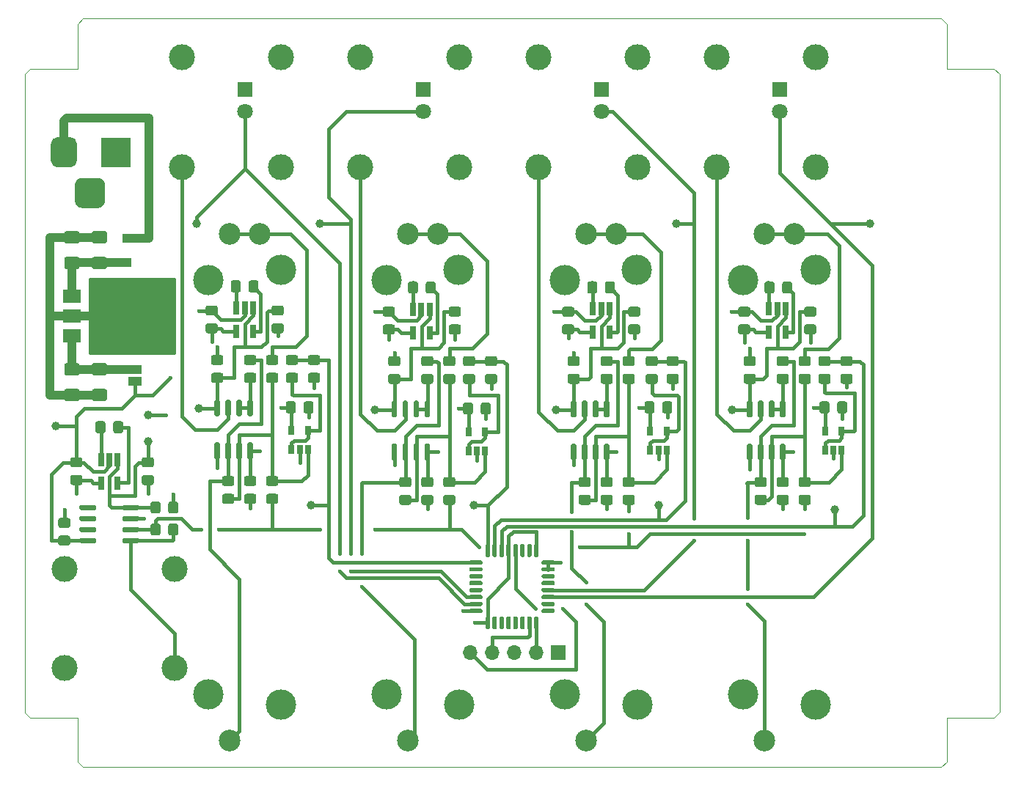
<source format=gbr>
%TF.GenerationSoftware,KiCad,Pcbnew,(5.1.6-0-10_14)*%
%TF.CreationDate,2020-09-25T11:35:30+01:00*%
%TF.ProjectId,DigitalMixerPedal,44696769-7461-46c4-9d69-786572506564,rev?*%
%TF.SameCoordinates,Original*%
%TF.FileFunction,Copper,L1,Top*%
%TF.FilePolarity,Positive*%
%FSLAX46Y46*%
G04 Gerber Fmt 4.6, Leading zero omitted, Abs format (unit mm)*
G04 Created by KiCad (PCBNEW (5.1.6-0-10_14)) date 2020-09-25 11:35:30*
%MOMM*%
%LPD*%
G01*
G04 APERTURE LIST*
%TA.AperFunction,Profile*%
%ADD10C,0.050000*%
%TD*%
%TA.AperFunction,SMDPad,CuDef*%
%ADD11C,1.000000*%
%TD*%
%TA.AperFunction,SMDPad,CuDef*%
%ADD12R,0.650000X1.060000*%
%TD*%
%TA.AperFunction,SMDPad,CuDef*%
%ADD13R,0.650000X1.560000*%
%TD*%
%TA.AperFunction,SMDPad,CuDef*%
%ADD14R,2.000000X1.500000*%
%TD*%
%TA.AperFunction,SMDPad,CuDef*%
%ADD15R,2.000000X3.800000*%
%TD*%
%TA.AperFunction,SMDPad,CuDef*%
%ADD16R,1.500000X1.000000*%
%TD*%
%TA.AperFunction,ComponentPad*%
%ADD17O,1.700000X1.700000*%
%TD*%
%TA.AperFunction,ComponentPad*%
%ADD18R,1.700000X1.700000*%
%TD*%
%TA.AperFunction,ComponentPad*%
%ADD19C,1.800000*%
%TD*%
%TA.AperFunction,ComponentPad*%
%ADD20R,1.800000X1.800000*%
%TD*%
%TA.AperFunction,ComponentPad*%
%ADD21C,2.500000*%
%TD*%
%TA.AperFunction,ComponentPad*%
%ADD22C,3.500000*%
%TD*%
%TA.AperFunction,SMDPad,CuDef*%
%ADD23R,1.100000X1.100000*%
%TD*%
%TA.AperFunction,ComponentPad*%
%ADD24C,3.000000*%
%TD*%
%TA.AperFunction,ComponentPad*%
%ADD25R,3.500000X3.500000*%
%TD*%
%TA.AperFunction,ViaPad*%
%ADD26C,0.450000*%
%TD*%
%TA.AperFunction,Conductor*%
%ADD27C,1.000000*%
%TD*%
%TA.AperFunction,Conductor*%
%ADD28C,0.400000*%
%TD*%
%TA.AperFunction,Conductor*%
%ADD29C,0.254000*%
%TD*%
G04 APERTURE END LIST*
D10*
X148590000Y-140335000D02*
X147955000Y-140970000D01*
X148590000Y-135255000D02*
X148590000Y-140335000D01*
X154051000Y-135255000D02*
X148590000Y-135255000D01*
X154686000Y-134620000D02*
X154051000Y-135255000D01*
X154686000Y-60960000D02*
X154686000Y-134620000D01*
X154051000Y-60325000D02*
X154686000Y-60960000D01*
X148590000Y-60325000D02*
X154051000Y-60325000D01*
X148590000Y-55181500D02*
X148590000Y-60325000D01*
X147955000Y-54546500D02*
X148590000Y-55181500D01*
X48895000Y-54546500D02*
X147955000Y-54546500D01*
X48260000Y-55181500D02*
X48895000Y-54546500D01*
X48260000Y-60325000D02*
X48260000Y-55181500D01*
X42799000Y-60325000D02*
X48260000Y-60325000D01*
X42164000Y-60960000D02*
X42799000Y-60325000D01*
X42164000Y-134683500D02*
X42164000Y-60960000D01*
X42799000Y-135318500D02*
X42164000Y-134683500D01*
X48260000Y-135318500D02*
X42799000Y-135318500D01*
X48260000Y-140335000D02*
X48260000Y-135318500D01*
X48895000Y-140970000D02*
X48260000Y-140335000D01*
X147955000Y-140970000D02*
X48895000Y-140970000D01*
D11*
%TO.P,TP15,1*%
%TO.N,GNDS*%
X56388000Y-100330000D03*
%TD*%
%TO.P,TP14,1*%
%TO.N,/PeakDetectorMCU/PEAK_OUT_PWM2*%
X117348000Y-78232000D03*
%TD*%
%TO.P,TP13,1*%
%TO.N,/PeakDetectorMCU/PEAK_OUT_PWM1*%
X139700000Y-78232000D03*
%TD*%
%TO.P,TP12,1*%
%TO.N,/PeakDetectorMCU/PEAK_OUT_PWM4*%
X61976000Y-78232000D03*
%TD*%
%TO.P,TP11,1*%
%TO.N,/PeakDetectorMCU/PEAK_OUT_PWM3*%
X76200000Y-78232000D03*
%TD*%
%TO.P,TP9,1*%
%TO.N,/PeakDetectorMCU/PEAK_IN_ADC4*%
X75184000Y-110744000D03*
%TD*%
%TO.P,TP7,1*%
%TO.N,/PeakDetectorMCU/PEAK_IN_ADC3*%
X93980000Y-110744000D03*
%TD*%
%TO.P,TP5,1*%
%TO.N,/PeakDetectorMCU/PEAK_IN_ADC2*%
X115316000Y-110744000D03*
%TD*%
%TO.P,TP3,1*%
%TO.N,/PeakDetectorMCU/PEAK_IN_ADC1*%
X135636000Y-111252000D03*
%TD*%
%TO.P,TP1,1*%
%TO.N,+3V3*%
X45720000Y-101600000D03*
%TD*%
%TO.P,TP10,1*%
%TO.N,/OutputStage/NEG3VIN*%
X56388000Y-103378000D03*
%TD*%
%TO.P,TP8,1*%
%TO.N,/InputBuffer4/NEG3VIN*%
X62230000Y-99568000D03*
%TD*%
%TO.P,TP6,1*%
%TO.N,/InputBuffer3/NEG3VIN*%
X82550000Y-99695000D03*
%TD*%
%TO.P,TP4,1*%
%TO.N,/InputBuffer2/NEG3VIN*%
X103505000Y-99695000D03*
%TD*%
%TO.P,TP2,1*%
%TO.N,/InputBuffer1/NEG3VIN*%
X123825000Y-99695000D03*
%TD*%
D12*
%TO.P,U14,5*%
%TO.N,+3V3*%
X72964000Y-102119000D03*
%TO.P,U14,4*%
%TO.N,Net-(R17-Pad2)*%
X74864000Y-102119000D03*
%TO.P,U14,3*%
%TO.N,/PEAK_IN_BUF4*%
X74864000Y-104319000D03*
%TO.P,U14,2*%
%TO.N,GNDS*%
X73914000Y-104319000D03*
%TO.P,U14,1*%
%TO.N,Net-(R17-Pad2)*%
X72964000Y-104319000D03*
%TD*%
D13*
%TO.P,U10,5*%
%TO.N,Net-(C15-Pad2)*%
X68514000Y-90631000D03*
%TO.P,U10,4*%
%TO.N,GNDS*%
X66614000Y-90631000D03*
%TO.P,U10,3*%
%TO.N,Net-(C15-Pad1)*%
X66614000Y-87931000D03*
%TO.P,U10,2*%
%TO.N,+3V3*%
X67564000Y-87931000D03*
%TO.P,U10,1*%
%TO.N,/InputBuffer4/NEG3VIN*%
X68514000Y-87931000D03*
%TD*%
%TO.P,C19,2*%
%TO.N,GNDS*%
%TA.AperFunction,SMDPad,CuDef*%
G36*
G01*
X70923999Y-89731000D02*
X71824001Y-89731000D01*
G75*
G02*
X72074000Y-89980999I0J-249999D01*
G01*
X72074000Y-90631001D01*
G75*
G02*
X71824001Y-90881000I-249999J0D01*
G01*
X70923999Y-90881000D01*
G75*
G02*
X70674000Y-90631001I0J249999D01*
G01*
X70674000Y-89980999D01*
G75*
G02*
X70923999Y-89731000I249999J0D01*
G01*
G37*
%TD.AperFunction*%
%TO.P,C19,1*%
%TO.N,/InputBuffer4/NEG3VIN*%
%TA.AperFunction,SMDPad,CuDef*%
G36*
G01*
X70923999Y-87681000D02*
X71824001Y-87681000D01*
G75*
G02*
X72074000Y-87930999I0J-249999D01*
G01*
X72074000Y-88581001D01*
G75*
G02*
X71824001Y-88831000I-249999J0D01*
G01*
X70923999Y-88831000D01*
G75*
G02*
X70674000Y-88581001I0J249999D01*
G01*
X70674000Y-87930999D01*
G75*
G02*
X70923999Y-87681000I249999J0D01*
G01*
G37*
%TD.AperFunction*%
%TD*%
%TO.P,C15,2*%
%TO.N,Net-(C15-Pad2)*%
%TA.AperFunction,SMDPad,CuDef*%
G36*
G01*
X68014000Y-85921001D02*
X68014000Y-85020999D01*
G75*
G02*
X68263999Y-84771000I249999J0D01*
G01*
X68914001Y-84771000D01*
G75*
G02*
X69164000Y-85020999I0J-249999D01*
G01*
X69164000Y-85921001D01*
G75*
G02*
X68914001Y-86171000I-249999J0D01*
G01*
X68263999Y-86171000D01*
G75*
G02*
X68014000Y-85921001I0J249999D01*
G01*
G37*
%TD.AperFunction*%
%TO.P,C15,1*%
%TO.N,Net-(C15-Pad1)*%
%TA.AperFunction,SMDPad,CuDef*%
G36*
G01*
X65964000Y-85921001D02*
X65964000Y-85020999D01*
G75*
G02*
X66213999Y-84771000I249999J0D01*
G01*
X66864001Y-84771000D01*
G75*
G02*
X67114000Y-85020999I0J-249999D01*
G01*
X67114000Y-85921001D01*
G75*
G02*
X66864001Y-86171000I-249999J0D01*
G01*
X66213999Y-86171000D01*
G75*
G02*
X65964000Y-85921001I0J249999D01*
G01*
G37*
%TD.AperFunction*%
%TD*%
%TO.P,C44,2*%
%TO.N,GNDS*%
%TA.AperFunction,SMDPad,CuDef*%
G36*
G01*
X63303999Y-89731000D02*
X64204001Y-89731000D01*
G75*
G02*
X64454000Y-89980999I0J-249999D01*
G01*
X64454000Y-90631001D01*
G75*
G02*
X64204001Y-90881000I-249999J0D01*
G01*
X63303999Y-90881000D01*
G75*
G02*
X63054000Y-90631001I0J249999D01*
G01*
X63054000Y-89980999D01*
G75*
G02*
X63303999Y-89731000I249999J0D01*
G01*
G37*
%TD.AperFunction*%
%TO.P,C44,1*%
%TO.N,+3V3*%
%TA.AperFunction,SMDPad,CuDef*%
G36*
G01*
X63303999Y-87681000D02*
X64204001Y-87681000D01*
G75*
G02*
X64454000Y-87930999I0J-249999D01*
G01*
X64454000Y-88581001D01*
G75*
G02*
X64204001Y-88831000I-249999J0D01*
G01*
X63303999Y-88831000D01*
G75*
G02*
X63054000Y-88581001I0J249999D01*
G01*
X63054000Y-87930999D01*
G75*
G02*
X63303999Y-87681000I249999J0D01*
G01*
G37*
%TD.AperFunction*%
%TD*%
%TO.P,C45,2*%
%TO.N,GNDS*%
%TA.AperFunction,SMDPad,CuDef*%
G36*
G01*
X47682999Y-107257000D02*
X48583001Y-107257000D01*
G75*
G02*
X48833000Y-107506999I0J-249999D01*
G01*
X48833000Y-108157001D01*
G75*
G02*
X48583001Y-108407000I-249999J0D01*
G01*
X47682999Y-108407000D01*
G75*
G02*
X47433000Y-108157001I0J249999D01*
G01*
X47433000Y-107506999D01*
G75*
G02*
X47682999Y-107257000I249999J0D01*
G01*
G37*
%TD.AperFunction*%
%TO.P,C45,1*%
%TO.N,+3V3*%
%TA.AperFunction,SMDPad,CuDef*%
G36*
G01*
X47682999Y-105207000D02*
X48583001Y-105207000D01*
G75*
G02*
X48833000Y-105456999I0J-249999D01*
G01*
X48833000Y-106107001D01*
G75*
G02*
X48583001Y-106357000I-249999J0D01*
G01*
X47682999Y-106357000D01*
G75*
G02*
X47433000Y-106107001I0J249999D01*
G01*
X47433000Y-105456999D01*
G75*
G02*
X47682999Y-105207000I249999J0D01*
G01*
G37*
%TD.AperFunction*%
%TD*%
%TO.P,C43,2*%
%TO.N,GNDS*%
%TA.AperFunction,SMDPad,CuDef*%
G36*
G01*
X83750999Y-89858000D02*
X84651001Y-89858000D01*
G75*
G02*
X84901000Y-90107999I0J-249999D01*
G01*
X84901000Y-90758001D01*
G75*
G02*
X84651001Y-91008000I-249999J0D01*
G01*
X83750999Y-91008000D01*
G75*
G02*
X83501000Y-90758001I0J249999D01*
G01*
X83501000Y-90107999D01*
G75*
G02*
X83750999Y-89858000I249999J0D01*
G01*
G37*
%TD.AperFunction*%
%TO.P,C43,1*%
%TO.N,+3V3*%
%TA.AperFunction,SMDPad,CuDef*%
G36*
G01*
X83750999Y-87808000D02*
X84651001Y-87808000D01*
G75*
G02*
X84901000Y-88057999I0J-249999D01*
G01*
X84901000Y-88708001D01*
G75*
G02*
X84651001Y-88958000I-249999J0D01*
G01*
X83750999Y-88958000D01*
G75*
G02*
X83501000Y-88708001I0J249999D01*
G01*
X83501000Y-88057999D01*
G75*
G02*
X83750999Y-87808000I249999J0D01*
G01*
G37*
%TD.AperFunction*%
%TD*%
%TO.P,C42,2*%
%TO.N,GNDS*%
%TA.AperFunction,SMDPad,CuDef*%
G36*
G01*
X104451999Y-89858000D02*
X105352001Y-89858000D01*
G75*
G02*
X105602000Y-90107999I0J-249999D01*
G01*
X105602000Y-90758001D01*
G75*
G02*
X105352001Y-91008000I-249999J0D01*
G01*
X104451999Y-91008000D01*
G75*
G02*
X104202000Y-90758001I0J249999D01*
G01*
X104202000Y-90107999D01*
G75*
G02*
X104451999Y-89858000I249999J0D01*
G01*
G37*
%TD.AperFunction*%
%TO.P,C42,1*%
%TO.N,+3V3*%
%TA.AperFunction,SMDPad,CuDef*%
G36*
G01*
X104451999Y-87808000D02*
X105352001Y-87808000D01*
G75*
G02*
X105602000Y-88057999I0J-249999D01*
G01*
X105602000Y-88708001D01*
G75*
G02*
X105352001Y-88958000I-249999J0D01*
G01*
X104451999Y-88958000D01*
G75*
G02*
X104202000Y-88708001I0J249999D01*
G01*
X104202000Y-88057999D01*
G75*
G02*
X104451999Y-87808000I249999J0D01*
G01*
G37*
%TD.AperFunction*%
%TD*%
%TO.P,C41,2*%
%TO.N,GNDS*%
%TA.AperFunction,SMDPad,CuDef*%
G36*
G01*
X124771999Y-89858000D02*
X125672001Y-89858000D01*
G75*
G02*
X125922000Y-90107999I0J-249999D01*
G01*
X125922000Y-90758001D01*
G75*
G02*
X125672001Y-91008000I-249999J0D01*
G01*
X124771999Y-91008000D01*
G75*
G02*
X124522000Y-90758001I0J249999D01*
G01*
X124522000Y-90107999D01*
G75*
G02*
X124771999Y-89858000I249999J0D01*
G01*
G37*
%TD.AperFunction*%
%TO.P,C41,1*%
%TO.N,+3V3*%
%TA.AperFunction,SMDPad,CuDef*%
G36*
G01*
X124771999Y-87808000D02*
X125672001Y-87808000D01*
G75*
G02*
X125922000Y-88057999I0J-249999D01*
G01*
X125922000Y-88708001D01*
G75*
G02*
X125672001Y-88958000I-249999J0D01*
G01*
X124771999Y-88958000D01*
G75*
G02*
X124522000Y-88708001I0J249999D01*
G01*
X124522000Y-88057999D01*
G75*
G02*
X124771999Y-87808000I249999J0D01*
G01*
G37*
%TD.AperFunction*%
%TD*%
%TO.P,U16,5*%
%TO.N,Net-(C39-Pad2)*%
X52893000Y-108157000D03*
%TO.P,U16,4*%
%TO.N,GNDS*%
X50993000Y-108157000D03*
%TO.P,U16,3*%
%TO.N,Net-(C39-Pad1)*%
X50993000Y-105457000D03*
%TO.P,U16,2*%
%TO.N,+3V3*%
X51943000Y-105457000D03*
%TO.P,U16,1*%
%TO.N,/OutputStage/NEG3VIN*%
X52893000Y-105457000D03*
%TD*%
D12*
%TO.P,U15,5*%
%TO.N,+3V3*%
X134559000Y-102151000D03*
%TO.P,U15,4*%
%TO.N,Net-(R18-Pad2)*%
X136459000Y-102151000D03*
%TO.P,U15,3*%
%TO.N,/PEAK_IN_BUF1*%
X136459000Y-104351000D03*
%TO.P,U15,2*%
%TO.N,GNDS*%
X135509000Y-104351000D03*
%TO.P,U15,1*%
%TO.N,Net-(R18-Pad2)*%
X134559000Y-104351000D03*
%TD*%
%TO.P,U13,5*%
%TO.N,+3V3*%
X93411000Y-102278000D03*
%TO.P,U13,4*%
%TO.N,Net-(R14-Pad2)*%
X95311000Y-102278000D03*
%TO.P,U13,3*%
%TO.N,/PEAK_IN_BUF3*%
X95311000Y-104478000D03*
%TO.P,U13,2*%
%TO.N,GNDS*%
X94361000Y-104478000D03*
%TO.P,U13,1*%
%TO.N,Net-(R14-Pad2)*%
X93411000Y-104478000D03*
%TD*%
%TO.P,U12,5*%
%TO.N,+3V3*%
X114366000Y-102151000D03*
%TO.P,U12,4*%
%TO.N,Net-(R13-Pad2)*%
X116266000Y-102151000D03*
%TO.P,U12,3*%
%TO.N,/PEAK_IN_BUF2*%
X116266000Y-104351000D03*
%TO.P,U12,2*%
%TO.N,GNDS*%
X115316000Y-104351000D03*
%TO.P,U12,1*%
%TO.N,Net-(R13-Pad2)*%
X114366000Y-104351000D03*
%TD*%
%TO.P,U11,32*%
%TO.N,GNDS*%
%TA.AperFunction,SMDPad,CuDef*%
G36*
G01*
X101975000Y-117092000D02*
X103225000Y-117092000D01*
G75*
G02*
X103350000Y-117217000I0J-125000D01*
G01*
X103350000Y-117467000D01*
G75*
G02*
X103225000Y-117592000I-125000J0D01*
G01*
X101975000Y-117592000D01*
G75*
G02*
X101850000Y-117467000I0J125000D01*
G01*
X101850000Y-117217000D01*
G75*
G02*
X101975000Y-117092000I125000J0D01*
G01*
G37*
%TD.AperFunction*%
%TO.P,U11,31*%
%TA.AperFunction,SMDPad,CuDef*%
G36*
G01*
X101975000Y-117892000D02*
X103225000Y-117892000D01*
G75*
G02*
X103350000Y-118017000I0J-125000D01*
G01*
X103350000Y-118267000D01*
G75*
G02*
X103225000Y-118392000I-125000J0D01*
G01*
X101975000Y-118392000D01*
G75*
G02*
X101850000Y-118267000I0J125000D01*
G01*
X101850000Y-118017000D01*
G75*
G02*
X101975000Y-117892000I125000J0D01*
G01*
G37*
%TD.AperFunction*%
%TO.P,U11,30*%
%TO.N,Net-(U11-Pad30)*%
%TA.AperFunction,SMDPad,CuDef*%
G36*
G01*
X101975000Y-118692000D02*
X103225000Y-118692000D01*
G75*
G02*
X103350000Y-118817000I0J-125000D01*
G01*
X103350000Y-119067000D01*
G75*
G02*
X103225000Y-119192000I-125000J0D01*
G01*
X101975000Y-119192000D01*
G75*
G02*
X101850000Y-119067000I0J125000D01*
G01*
X101850000Y-118817000D01*
G75*
G02*
X101975000Y-118692000I125000J0D01*
G01*
G37*
%TD.AperFunction*%
%TO.P,U11,29*%
%TO.N,Net-(U11-Pad29)*%
%TA.AperFunction,SMDPad,CuDef*%
G36*
G01*
X101975000Y-119492000D02*
X103225000Y-119492000D01*
G75*
G02*
X103350000Y-119617000I0J-125000D01*
G01*
X103350000Y-119867000D01*
G75*
G02*
X103225000Y-119992000I-125000J0D01*
G01*
X101975000Y-119992000D01*
G75*
G02*
X101850000Y-119867000I0J125000D01*
G01*
X101850000Y-119617000D01*
G75*
G02*
X101975000Y-119492000I125000J0D01*
G01*
G37*
%TD.AperFunction*%
%TO.P,U11,28*%
%TO.N,/PeakDetectorMCU/PEAK_OUT_PWM2*%
%TA.AperFunction,SMDPad,CuDef*%
G36*
G01*
X101975000Y-120292000D02*
X103225000Y-120292000D01*
G75*
G02*
X103350000Y-120417000I0J-125000D01*
G01*
X103350000Y-120667000D01*
G75*
G02*
X103225000Y-120792000I-125000J0D01*
G01*
X101975000Y-120792000D01*
G75*
G02*
X101850000Y-120667000I0J125000D01*
G01*
X101850000Y-120417000D01*
G75*
G02*
X101975000Y-120292000I125000J0D01*
G01*
G37*
%TD.AperFunction*%
%TO.P,U11,27*%
%TO.N,/PeakDetectorMCU/PEAK_OUT_PWM1*%
%TA.AperFunction,SMDPad,CuDef*%
G36*
G01*
X101975000Y-121092000D02*
X103225000Y-121092000D01*
G75*
G02*
X103350000Y-121217000I0J-125000D01*
G01*
X103350000Y-121467000D01*
G75*
G02*
X103225000Y-121592000I-125000J0D01*
G01*
X101975000Y-121592000D01*
G75*
G02*
X101850000Y-121467000I0J125000D01*
G01*
X101850000Y-121217000D01*
G75*
G02*
X101975000Y-121092000I125000J0D01*
G01*
G37*
%TD.AperFunction*%
%TO.P,U11,26*%
%TO.N,Net-(U11-Pad26)*%
%TA.AperFunction,SMDPad,CuDef*%
G36*
G01*
X101975000Y-121892000D02*
X103225000Y-121892000D01*
G75*
G02*
X103350000Y-122017000I0J-125000D01*
G01*
X103350000Y-122267000D01*
G75*
G02*
X103225000Y-122392000I-125000J0D01*
G01*
X101975000Y-122392000D01*
G75*
G02*
X101850000Y-122267000I0J125000D01*
G01*
X101850000Y-122017000D01*
G75*
G02*
X101975000Y-121892000I125000J0D01*
G01*
G37*
%TD.AperFunction*%
%TO.P,U11,25*%
%TO.N,Net-(U11-Pad25)*%
%TA.AperFunction,SMDPad,CuDef*%
G36*
G01*
X101975000Y-122692000D02*
X103225000Y-122692000D01*
G75*
G02*
X103350000Y-122817000I0J-125000D01*
G01*
X103350000Y-123067000D01*
G75*
G02*
X103225000Y-123192000I-125000J0D01*
G01*
X101975000Y-123192000D01*
G75*
G02*
X101850000Y-123067000I0J125000D01*
G01*
X101850000Y-122817000D01*
G75*
G02*
X101975000Y-122692000I125000J0D01*
G01*
G37*
%TD.AperFunction*%
%TO.P,U11,24*%
%TO.N,/PeakDetectorMCU/SYS_SWCLK*%
%TA.AperFunction,SMDPad,CuDef*%
G36*
G01*
X101100000Y-123567000D02*
X101350000Y-123567000D01*
G75*
G02*
X101475000Y-123692000I0J-125000D01*
G01*
X101475000Y-124942000D01*
G75*
G02*
X101350000Y-125067000I-125000J0D01*
G01*
X101100000Y-125067000D01*
G75*
G02*
X100975000Y-124942000I0J125000D01*
G01*
X100975000Y-123692000D01*
G75*
G02*
X101100000Y-123567000I125000J0D01*
G01*
G37*
%TD.AperFunction*%
%TO.P,U11,23*%
%TO.N,/PeakDetectorMCU/SYS_SWDIO*%
%TA.AperFunction,SMDPad,CuDef*%
G36*
G01*
X100300000Y-123567000D02*
X100550000Y-123567000D01*
G75*
G02*
X100675000Y-123692000I0J-125000D01*
G01*
X100675000Y-124942000D01*
G75*
G02*
X100550000Y-125067000I-125000J0D01*
G01*
X100300000Y-125067000D01*
G75*
G02*
X100175000Y-124942000I0J125000D01*
G01*
X100175000Y-123692000D01*
G75*
G02*
X100300000Y-123567000I125000J0D01*
G01*
G37*
%TD.AperFunction*%
%TO.P,U11,22*%
%TO.N,Net-(U11-Pad22)*%
%TA.AperFunction,SMDPad,CuDef*%
G36*
G01*
X99500000Y-123567000D02*
X99750000Y-123567000D01*
G75*
G02*
X99875000Y-123692000I0J-125000D01*
G01*
X99875000Y-124942000D01*
G75*
G02*
X99750000Y-125067000I-125000J0D01*
G01*
X99500000Y-125067000D01*
G75*
G02*
X99375000Y-124942000I0J125000D01*
G01*
X99375000Y-123692000D01*
G75*
G02*
X99500000Y-123567000I125000J0D01*
G01*
G37*
%TD.AperFunction*%
%TO.P,U11,21*%
%TO.N,Net-(U11-Pad21)*%
%TA.AperFunction,SMDPad,CuDef*%
G36*
G01*
X98700000Y-123567000D02*
X98950000Y-123567000D01*
G75*
G02*
X99075000Y-123692000I0J-125000D01*
G01*
X99075000Y-124942000D01*
G75*
G02*
X98950000Y-125067000I-125000J0D01*
G01*
X98700000Y-125067000D01*
G75*
G02*
X98575000Y-124942000I0J125000D01*
G01*
X98575000Y-123692000D01*
G75*
G02*
X98700000Y-123567000I125000J0D01*
G01*
G37*
%TD.AperFunction*%
%TO.P,U11,20*%
%TO.N,Net-(U11-Pad20)*%
%TA.AperFunction,SMDPad,CuDef*%
G36*
G01*
X97900000Y-123567000D02*
X98150000Y-123567000D01*
G75*
G02*
X98275000Y-123692000I0J-125000D01*
G01*
X98275000Y-124942000D01*
G75*
G02*
X98150000Y-125067000I-125000J0D01*
G01*
X97900000Y-125067000D01*
G75*
G02*
X97775000Y-124942000I0J125000D01*
G01*
X97775000Y-123692000D01*
G75*
G02*
X97900000Y-123567000I125000J0D01*
G01*
G37*
%TD.AperFunction*%
%TO.P,U11,19*%
%TO.N,Net-(U11-Pad19)*%
%TA.AperFunction,SMDPad,CuDef*%
G36*
G01*
X97100000Y-123567000D02*
X97350000Y-123567000D01*
G75*
G02*
X97475000Y-123692000I0J-125000D01*
G01*
X97475000Y-124942000D01*
G75*
G02*
X97350000Y-125067000I-125000J0D01*
G01*
X97100000Y-125067000D01*
G75*
G02*
X96975000Y-124942000I0J125000D01*
G01*
X96975000Y-123692000D01*
G75*
G02*
X97100000Y-123567000I125000J0D01*
G01*
G37*
%TD.AperFunction*%
%TO.P,U11,18*%
%TO.N,Net-(U11-Pad18)*%
%TA.AperFunction,SMDPad,CuDef*%
G36*
G01*
X96300000Y-123567000D02*
X96550000Y-123567000D01*
G75*
G02*
X96675000Y-123692000I0J-125000D01*
G01*
X96675000Y-124942000D01*
G75*
G02*
X96550000Y-125067000I-125000J0D01*
G01*
X96300000Y-125067000D01*
G75*
G02*
X96175000Y-124942000I0J125000D01*
G01*
X96175000Y-123692000D01*
G75*
G02*
X96300000Y-123567000I125000J0D01*
G01*
G37*
%TD.AperFunction*%
%TO.P,U11,17*%
%TO.N,+3V3*%
%TA.AperFunction,SMDPad,CuDef*%
G36*
G01*
X95500000Y-123567000D02*
X95750000Y-123567000D01*
G75*
G02*
X95875000Y-123692000I0J-125000D01*
G01*
X95875000Y-124942000D01*
G75*
G02*
X95750000Y-125067000I-125000J0D01*
G01*
X95500000Y-125067000D01*
G75*
G02*
X95375000Y-124942000I0J125000D01*
G01*
X95375000Y-123692000D01*
G75*
G02*
X95500000Y-123567000I125000J0D01*
G01*
G37*
%TD.AperFunction*%
%TO.P,U11,16*%
%TO.N,GNDS*%
%TA.AperFunction,SMDPad,CuDef*%
G36*
G01*
X93625000Y-122692000D02*
X94875000Y-122692000D01*
G75*
G02*
X95000000Y-122817000I0J-125000D01*
G01*
X95000000Y-123067000D01*
G75*
G02*
X94875000Y-123192000I-125000J0D01*
G01*
X93625000Y-123192000D01*
G75*
G02*
X93500000Y-123067000I0J125000D01*
G01*
X93500000Y-122817000D01*
G75*
G02*
X93625000Y-122692000I125000J0D01*
G01*
G37*
%TD.AperFunction*%
%TO.P,U11,15*%
%TO.N,/PeakDetectorMCU/PEAK_OUT_PWM4*%
%TA.AperFunction,SMDPad,CuDef*%
G36*
G01*
X93625000Y-121892000D02*
X94875000Y-121892000D01*
G75*
G02*
X95000000Y-122017000I0J-125000D01*
G01*
X95000000Y-122267000D01*
G75*
G02*
X94875000Y-122392000I-125000J0D01*
G01*
X93625000Y-122392000D01*
G75*
G02*
X93500000Y-122267000I0J125000D01*
G01*
X93500000Y-122017000D01*
G75*
G02*
X93625000Y-121892000I125000J0D01*
G01*
G37*
%TD.AperFunction*%
%TO.P,U11,14*%
%TO.N,/PeakDetectorMCU/PEAK_OUT_PWM3*%
%TA.AperFunction,SMDPad,CuDef*%
G36*
G01*
X93625000Y-121092000D02*
X94875000Y-121092000D01*
G75*
G02*
X95000000Y-121217000I0J-125000D01*
G01*
X95000000Y-121467000D01*
G75*
G02*
X94875000Y-121592000I-125000J0D01*
G01*
X93625000Y-121592000D01*
G75*
G02*
X93500000Y-121467000I0J125000D01*
G01*
X93500000Y-121217000D01*
G75*
G02*
X93625000Y-121092000I125000J0D01*
G01*
G37*
%TD.AperFunction*%
%TO.P,U11,13*%
%TO.N,Net-(U11-Pad13)*%
%TA.AperFunction,SMDPad,CuDef*%
G36*
G01*
X93625000Y-120292000D02*
X94875000Y-120292000D01*
G75*
G02*
X95000000Y-120417000I0J-125000D01*
G01*
X95000000Y-120667000D01*
G75*
G02*
X94875000Y-120792000I-125000J0D01*
G01*
X93625000Y-120792000D01*
G75*
G02*
X93500000Y-120667000I0J125000D01*
G01*
X93500000Y-120417000D01*
G75*
G02*
X93625000Y-120292000I125000J0D01*
G01*
G37*
%TD.AperFunction*%
%TO.P,U11,12*%
%TO.N,Net-(U11-Pad12)*%
%TA.AperFunction,SMDPad,CuDef*%
G36*
G01*
X93625000Y-119492000D02*
X94875000Y-119492000D01*
G75*
G02*
X95000000Y-119617000I0J-125000D01*
G01*
X95000000Y-119867000D01*
G75*
G02*
X94875000Y-119992000I-125000J0D01*
G01*
X93625000Y-119992000D01*
G75*
G02*
X93500000Y-119867000I0J125000D01*
G01*
X93500000Y-119617000D01*
G75*
G02*
X93625000Y-119492000I125000J0D01*
G01*
G37*
%TD.AperFunction*%
%TO.P,U11,11*%
%TO.N,Net-(U11-Pad11)*%
%TA.AperFunction,SMDPad,CuDef*%
G36*
G01*
X93625000Y-118692000D02*
X94875000Y-118692000D01*
G75*
G02*
X95000000Y-118817000I0J-125000D01*
G01*
X95000000Y-119067000D01*
G75*
G02*
X94875000Y-119192000I-125000J0D01*
G01*
X93625000Y-119192000D01*
G75*
G02*
X93500000Y-119067000I0J125000D01*
G01*
X93500000Y-118817000D01*
G75*
G02*
X93625000Y-118692000I125000J0D01*
G01*
G37*
%TD.AperFunction*%
%TO.P,U11,10*%
%TO.N,Net-(U11-Pad10)*%
%TA.AperFunction,SMDPad,CuDef*%
G36*
G01*
X93625000Y-117892000D02*
X94875000Y-117892000D01*
G75*
G02*
X95000000Y-118017000I0J-125000D01*
G01*
X95000000Y-118267000D01*
G75*
G02*
X94875000Y-118392000I-125000J0D01*
G01*
X93625000Y-118392000D01*
G75*
G02*
X93500000Y-118267000I0J125000D01*
G01*
X93500000Y-118017000D01*
G75*
G02*
X93625000Y-117892000I125000J0D01*
G01*
G37*
%TD.AperFunction*%
%TO.P,U11,9*%
%TO.N,/PeakDetectorMCU/PEAK_IN_ADC4*%
%TA.AperFunction,SMDPad,CuDef*%
G36*
G01*
X93625000Y-117092000D02*
X94875000Y-117092000D01*
G75*
G02*
X95000000Y-117217000I0J-125000D01*
G01*
X95000000Y-117467000D01*
G75*
G02*
X94875000Y-117592000I-125000J0D01*
G01*
X93625000Y-117592000D01*
G75*
G02*
X93500000Y-117467000I0J125000D01*
G01*
X93500000Y-117217000D01*
G75*
G02*
X93625000Y-117092000I125000J0D01*
G01*
G37*
%TD.AperFunction*%
%TO.P,U11,8*%
%TO.N,/PeakDetectorMCU/PEAK_IN_ADC3*%
%TA.AperFunction,SMDPad,CuDef*%
G36*
G01*
X95500000Y-115217000D02*
X95750000Y-115217000D01*
G75*
G02*
X95875000Y-115342000I0J-125000D01*
G01*
X95875000Y-116592000D01*
G75*
G02*
X95750000Y-116717000I-125000J0D01*
G01*
X95500000Y-116717000D01*
G75*
G02*
X95375000Y-116592000I0J125000D01*
G01*
X95375000Y-115342000D01*
G75*
G02*
X95500000Y-115217000I125000J0D01*
G01*
G37*
%TD.AperFunction*%
%TO.P,U11,7*%
%TO.N,/PeakDetectorMCU/PEAK_IN_ADC2*%
%TA.AperFunction,SMDPad,CuDef*%
G36*
G01*
X96300000Y-115217000D02*
X96550000Y-115217000D01*
G75*
G02*
X96675000Y-115342000I0J-125000D01*
G01*
X96675000Y-116592000D01*
G75*
G02*
X96550000Y-116717000I-125000J0D01*
G01*
X96300000Y-116717000D01*
G75*
G02*
X96175000Y-116592000I0J125000D01*
G01*
X96175000Y-115342000D01*
G75*
G02*
X96300000Y-115217000I125000J0D01*
G01*
G37*
%TD.AperFunction*%
%TO.P,U11,6*%
%TO.N,/PeakDetectorMCU/PEAK_IN_ADC1*%
%TA.AperFunction,SMDPad,CuDef*%
G36*
G01*
X97100000Y-115217000D02*
X97350000Y-115217000D01*
G75*
G02*
X97475000Y-115342000I0J-125000D01*
G01*
X97475000Y-116592000D01*
G75*
G02*
X97350000Y-116717000I-125000J0D01*
G01*
X97100000Y-116717000D01*
G75*
G02*
X96975000Y-116592000I0J125000D01*
G01*
X96975000Y-115342000D01*
G75*
G02*
X97100000Y-115217000I125000J0D01*
G01*
G37*
%TD.AperFunction*%
%TO.P,U11,5*%
%TO.N,+3V3*%
%TA.AperFunction,SMDPad,CuDef*%
G36*
G01*
X97900000Y-115217000D02*
X98150000Y-115217000D01*
G75*
G02*
X98275000Y-115342000I0J-125000D01*
G01*
X98275000Y-116592000D01*
G75*
G02*
X98150000Y-116717000I-125000J0D01*
G01*
X97900000Y-116717000D01*
G75*
G02*
X97775000Y-116592000I0J125000D01*
G01*
X97775000Y-115342000D01*
G75*
G02*
X97900000Y-115217000I125000J0D01*
G01*
G37*
%TD.AperFunction*%
%TO.P,U11,4*%
%TO.N,/PeakDetectorMCU/NRST*%
%TA.AperFunction,SMDPad,CuDef*%
G36*
G01*
X98700000Y-115217000D02*
X98950000Y-115217000D01*
G75*
G02*
X99075000Y-115342000I0J-125000D01*
G01*
X99075000Y-116592000D01*
G75*
G02*
X98950000Y-116717000I-125000J0D01*
G01*
X98700000Y-116717000D01*
G75*
G02*
X98575000Y-116592000I0J125000D01*
G01*
X98575000Y-115342000D01*
G75*
G02*
X98700000Y-115217000I125000J0D01*
G01*
G37*
%TD.AperFunction*%
%TO.P,U11,3*%
%TO.N,Net-(U11-Pad3)*%
%TA.AperFunction,SMDPad,CuDef*%
G36*
G01*
X99500000Y-115217000D02*
X99750000Y-115217000D01*
G75*
G02*
X99875000Y-115342000I0J-125000D01*
G01*
X99875000Y-116592000D01*
G75*
G02*
X99750000Y-116717000I-125000J0D01*
G01*
X99500000Y-116717000D01*
G75*
G02*
X99375000Y-116592000I0J125000D01*
G01*
X99375000Y-115342000D01*
G75*
G02*
X99500000Y-115217000I125000J0D01*
G01*
G37*
%TD.AperFunction*%
%TO.P,U11,2*%
%TO.N,Net-(U11-Pad2)*%
%TA.AperFunction,SMDPad,CuDef*%
G36*
G01*
X100300000Y-115217000D02*
X100550000Y-115217000D01*
G75*
G02*
X100675000Y-115342000I0J-125000D01*
G01*
X100675000Y-116592000D01*
G75*
G02*
X100550000Y-116717000I-125000J0D01*
G01*
X100300000Y-116717000D01*
G75*
G02*
X100175000Y-116592000I0J125000D01*
G01*
X100175000Y-115342000D01*
G75*
G02*
X100300000Y-115217000I125000J0D01*
G01*
G37*
%TD.AperFunction*%
%TO.P,U11,1*%
%TO.N,+3V3*%
%TA.AperFunction,SMDPad,CuDef*%
G36*
G01*
X101100000Y-115217000D02*
X101350000Y-115217000D01*
G75*
G02*
X101475000Y-115342000I0J-125000D01*
G01*
X101475000Y-116592000D01*
G75*
G02*
X101350000Y-116717000I-125000J0D01*
G01*
X101100000Y-116717000D01*
G75*
G02*
X100975000Y-116592000I0J125000D01*
G01*
X100975000Y-115342000D01*
G75*
G02*
X101100000Y-115217000I125000J0D01*
G01*
G37*
%TD.AperFunction*%
%TD*%
D13*
%TO.P,U8,5*%
%TO.N,Net-(C13-Pad2)*%
X88897000Y-90812000D03*
%TO.P,U8,4*%
%TO.N,GNDS*%
X86997000Y-90812000D03*
%TO.P,U8,3*%
%TO.N,Net-(C13-Pad1)*%
X86997000Y-88112000D03*
%TO.P,U8,2*%
%TO.N,+3V3*%
X87947000Y-88112000D03*
%TO.P,U8,1*%
%TO.N,/InputBuffer3/NEG3VIN*%
X88897000Y-88112000D03*
%TD*%
%TO.P,U6,5*%
%TO.N,Net-(C8-Pad2)*%
X109662000Y-90758000D03*
%TO.P,U6,4*%
%TO.N,GNDS*%
X107762000Y-90758000D03*
%TO.P,U6,3*%
%TO.N,Net-(C8-Pad1)*%
X107762000Y-88058000D03*
%TO.P,U6,2*%
%TO.N,+3V3*%
X108712000Y-88058000D03*
%TO.P,U6,1*%
%TO.N,/InputBuffer2/NEG3VIN*%
X109662000Y-88058000D03*
%TD*%
%TO.P,U4,5*%
%TO.N,Net-(C3-Pad2)*%
X129982000Y-90758000D03*
%TO.P,U4,4*%
%TO.N,GNDS*%
X128082000Y-90758000D03*
%TO.P,U4,3*%
%TO.N,Net-(C3-Pad1)*%
X128082000Y-88058000D03*
%TO.P,U4,2*%
%TO.N,+3V3*%
X129032000Y-88058000D03*
%TO.P,U4,1*%
%TO.N,/InputBuffer1/NEG3VIN*%
X129982000Y-88058000D03*
%TD*%
D14*
%TO.P,U2,1*%
%TO.N,Net-(C1-Pad1)*%
X47650000Y-86600000D03*
%TO.P,U2,3*%
%TO.N,Net-(C2-Pad1)*%
X47650000Y-91200000D03*
%TO.P,U2,2*%
%TO.N,GNDS*%
X47650000Y-88900000D03*
D15*
X53950000Y-88900000D03*
%TD*%
%TO.P,R18,2*%
%TO.N,Net-(R18-Pad2)*%
%TA.AperFunction,SMDPad,CuDef*%
G36*
G01*
X134042999Y-95573000D02*
X134943001Y-95573000D01*
G75*
G02*
X135193000Y-95822999I0J-249999D01*
G01*
X135193000Y-96473001D01*
G75*
G02*
X134943001Y-96723000I-249999J0D01*
G01*
X134042999Y-96723000D01*
G75*
G02*
X133793000Y-96473001I0J249999D01*
G01*
X133793000Y-95822999D01*
G75*
G02*
X134042999Y-95573000I249999J0D01*
G01*
G37*
%TD.AperFunction*%
%TO.P,R18,1*%
%TO.N,/PeakDetectorMCU/PEAK_IN_ADC1*%
%TA.AperFunction,SMDPad,CuDef*%
G36*
G01*
X134042999Y-93523000D02*
X134943001Y-93523000D01*
G75*
G02*
X135193000Y-93772999I0J-249999D01*
G01*
X135193000Y-94423001D01*
G75*
G02*
X134943001Y-94673000I-249999J0D01*
G01*
X134042999Y-94673000D01*
G75*
G02*
X133793000Y-94423001I0J249999D01*
G01*
X133793000Y-93772999D01*
G75*
G02*
X134042999Y-93523000I249999J0D01*
G01*
G37*
%TD.AperFunction*%
%TD*%
%TO.P,R17,2*%
%TO.N,Net-(R17-Pad2)*%
%TA.AperFunction,SMDPad,CuDef*%
G36*
G01*
X72574999Y-95446000D02*
X73475001Y-95446000D01*
G75*
G02*
X73725000Y-95695999I0J-249999D01*
G01*
X73725000Y-96346001D01*
G75*
G02*
X73475001Y-96596000I-249999J0D01*
G01*
X72574999Y-96596000D01*
G75*
G02*
X72325000Y-96346001I0J249999D01*
G01*
X72325000Y-95695999D01*
G75*
G02*
X72574999Y-95446000I249999J0D01*
G01*
G37*
%TD.AperFunction*%
%TO.P,R17,1*%
%TO.N,/PeakDetectorMCU/PEAK_IN_ADC4*%
%TA.AperFunction,SMDPad,CuDef*%
G36*
G01*
X72574999Y-93396000D02*
X73475001Y-93396000D01*
G75*
G02*
X73725000Y-93645999I0J-249999D01*
G01*
X73725000Y-94296001D01*
G75*
G02*
X73475001Y-94546000I-249999J0D01*
G01*
X72574999Y-94546000D01*
G75*
G02*
X72325000Y-94296001I0J249999D01*
G01*
X72325000Y-93645999D01*
G75*
G02*
X72574999Y-93396000I249999J0D01*
G01*
G37*
%TD.AperFunction*%
%TD*%
%TO.P,R14,2*%
%TO.N,Net-(R14-Pad2)*%
%TA.AperFunction,SMDPad,CuDef*%
G36*
G01*
X93021999Y-95573000D02*
X93922001Y-95573000D01*
G75*
G02*
X94172000Y-95822999I0J-249999D01*
G01*
X94172000Y-96473001D01*
G75*
G02*
X93922001Y-96723000I-249999J0D01*
G01*
X93021999Y-96723000D01*
G75*
G02*
X92772000Y-96473001I0J249999D01*
G01*
X92772000Y-95822999D01*
G75*
G02*
X93021999Y-95573000I249999J0D01*
G01*
G37*
%TD.AperFunction*%
%TO.P,R14,1*%
%TO.N,/PeakDetectorMCU/PEAK_IN_ADC3*%
%TA.AperFunction,SMDPad,CuDef*%
G36*
G01*
X93021999Y-93523000D02*
X93922001Y-93523000D01*
G75*
G02*
X94172000Y-93772999I0J-249999D01*
G01*
X94172000Y-94423001D01*
G75*
G02*
X93922001Y-94673000I-249999J0D01*
G01*
X93021999Y-94673000D01*
G75*
G02*
X92772000Y-94423001I0J249999D01*
G01*
X92772000Y-93772999D01*
G75*
G02*
X93021999Y-93523000I249999J0D01*
G01*
G37*
%TD.AperFunction*%
%TD*%
%TO.P,R13,2*%
%TO.N,Net-(R13-Pad2)*%
%TA.AperFunction,SMDPad,CuDef*%
G36*
G01*
X114103999Y-95573000D02*
X115004001Y-95573000D01*
G75*
G02*
X115254000Y-95822999I0J-249999D01*
G01*
X115254000Y-96473001D01*
G75*
G02*
X115004001Y-96723000I-249999J0D01*
G01*
X114103999Y-96723000D01*
G75*
G02*
X113854000Y-96473001I0J249999D01*
G01*
X113854000Y-95822999D01*
G75*
G02*
X114103999Y-95573000I249999J0D01*
G01*
G37*
%TD.AperFunction*%
%TO.P,R13,1*%
%TO.N,/PeakDetectorMCU/PEAK_IN_ADC2*%
%TA.AperFunction,SMDPad,CuDef*%
G36*
G01*
X114103999Y-93523000D02*
X115004001Y-93523000D01*
G75*
G02*
X115254000Y-93772999I0J-249999D01*
G01*
X115254000Y-94423001D01*
G75*
G02*
X115004001Y-94673000I-249999J0D01*
G01*
X114103999Y-94673000D01*
G75*
G02*
X113854000Y-94423001I0J249999D01*
G01*
X113854000Y-93772999D01*
G75*
G02*
X114103999Y-93523000I249999J0D01*
G01*
G37*
%TD.AperFunction*%
%TD*%
D16*
%TO.P,JP1,1*%
%TO.N,Net-(C2-Pad1)*%
X54864000Y-95108000D03*
%TO.P,JP1,2*%
%TO.N,+3V3*%
X54864000Y-96408000D03*
%TD*%
D17*
%TO.P,J7,5*%
%TO.N,/PeakDetectorMCU/NRST*%
X93599000Y-127762000D03*
%TO.P,J7,4*%
%TO.N,/PeakDetectorMCU/SYS_SWDIO*%
X96139000Y-127762000D03*
%TO.P,J7,3*%
%TO.N,GNDS*%
X98679000Y-127762000D03*
%TO.P,J7,2*%
%TO.N,/PeakDetectorMCU/SYS_SWCLK*%
X101219000Y-127762000D03*
D18*
%TO.P,J7,1*%
%TO.N,+3V3*%
X103759000Y-127762000D03*
%TD*%
D19*
%TO.P,D5,2*%
%TO.N,/PeakDetectorMCU/PEAK_OUT_PWM1*%
X129286000Y-65278000D03*
D20*
%TO.P,D5,1*%
%TO.N,Net-(D5-Pad1)*%
X129286000Y-62738000D03*
%TD*%
D19*
%TO.P,D4,2*%
%TO.N,/PeakDetectorMCU/PEAK_OUT_PWM2*%
X108712000Y-65278000D03*
D20*
%TO.P,D4,1*%
%TO.N,Net-(D4-Pad1)*%
X108712000Y-62738000D03*
%TD*%
D19*
%TO.P,D3,2*%
%TO.N,/PeakDetectorMCU/PEAK_OUT_PWM3*%
X88138000Y-65278000D03*
D20*
%TO.P,D3,1*%
%TO.N,Net-(D3-Pad1)*%
X88138000Y-62738000D03*
%TD*%
D19*
%TO.P,D2,2*%
%TO.N,/PeakDetectorMCU/PEAK_OUT_PWM4*%
X67564000Y-65278000D03*
D20*
%TO.P,D2,1*%
%TO.N,Net-(D2-Pad1)*%
X67564000Y-62738000D03*
%TD*%
%TO.P,C40,2*%
%TO.N,GNDS*%
%TA.AperFunction,SMDPad,CuDef*%
G36*
G01*
X55937999Y-107257000D02*
X56838001Y-107257000D01*
G75*
G02*
X57088000Y-107506999I0J-249999D01*
G01*
X57088000Y-108157001D01*
G75*
G02*
X56838001Y-108407000I-249999J0D01*
G01*
X55937999Y-108407000D01*
G75*
G02*
X55688000Y-108157001I0J249999D01*
G01*
X55688000Y-107506999D01*
G75*
G02*
X55937999Y-107257000I249999J0D01*
G01*
G37*
%TD.AperFunction*%
%TO.P,C40,1*%
%TO.N,/OutputStage/NEG3VIN*%
%TA.AperFunction,SMDPad,CuDef*%
G36*
G01*
X55937999Y-105207000D02*
X56838001Y-105207000D01*
G75*
G02*
X57088000Y-105456999I0J-249999D01*
G01*
X57088000Y-106107001D01*
G75*
G02*
X56838001Y-106357000I-249999J0D01*
G01*
X55937999Y-106357000D01*
G75*
G02*
X55688000Y-106107001I0J249999D01*
G01*
X55688000Y-105456999D01*
G75*
G02*
X55937999Y-105207000I249999J0D01*
G01*
G37*
%TD.AperFunction*%
%TD*%
%TO.P,C39,2*%
%TO.N,Net-(C39-Pad2)*%
%TA.AperFunction,SMDPad,CuDef*%
G36*
G01*
X52393000Y-102177001D02*
X52393000Y-101276999D01*
G75*
G02*
X52642999Y-101027000I249999J0D01*
G01*
X53293001Y-101027000D01*
G75*
G02*
X53543000Y-101276999I0J-249999D01*
G01*
X53543000Y-102177001D01*
G75*
G02*
X53293001Y-102427000I-249999J0D01*
G01*
X52642999Y-102427000D01*
G75*
G02*
X52393000Y-102177001I0J249999D01*
G01*
G37*
%TD.AperFunction*%
%TO.P,C39,1*%
%TO.N,Net-(C39-Pad1)*%
%TA.AperFunction,SMDPad,CuDef*%
G36*
G01*
X50343000Y-102177001D02*
X50343000Y-101276999D01*
G75*
G02*
X50592999Y-101027000I249999J0D01*
G01*
X51243001Y-101027000D01*
G75*
G02*
X51493000Y-101276999I0J-249999D01*
G01*
X51493000Y-102177001D01*
G75*
G02*
X51243001Y-102427000I-249999J0D01*
G01*
X50592999Y-102427000D01*
G75*
G02*
X50343000Y-102177001I0J249999D01*
G01*
G37*
%TD.AperFunction*%
%TD*%
%TO.P,C38,2*%
%TO.N,GNDS*%
%TA.AperFunction,SMDPad,CuDef*%
G36*
G01*
X136582999Y-95573000D02*
X137483001Y-95573000D01*
G75*
G02*
X137733000Y-95822999I0J-249999D01*
G01*
X137733000Y-96473001D01*
G75*
G02*
X137483001Y-96723000I-249999J0D01*
G01*
X136582999Y-96723000D01*
G75*
G02*
X136333000Y-96473001I0J249999D01*
G01*
X136333000Y-95822999D01*
G75*
G02*
X136582999Y-95573000I249999J0D01*
G01*
G37*
%TD.AperFunction*%
%TO.P,C38,1*%
%TO.N,/PeakDetectorMCU/PEAK_IN_ADC1*%
%TA.AperFunction,SMDPad,CuDef*%
G36*
G01*
X136582999Y-93523000D02*
X137483001Y-93523000D01*
G75*
G02*
X137733000Y-93772999I0J-249999D01*
G01*
X137733000Y-94423001D01*
G75*
G02*
X137483001Y-94673000I-249999J0D01*
G01*
X136582999Y-94673000D01*
G75*
G02*
X136333000Y-94423001I0J249999D01*
G01*
X136333000Y-93772999D01*
G75*
G02*
X136582999Y-93523000I249999J0D01*
G01*
G37*
%TD.AperFunction*%
%TD*%
%TO.P,C37,2*%
%TO.N,GNDS*%
%TA.AperFunction,SMDPad,CuDef*%
G36*
G01*
X135959000Y-99891001D02*
X135959000Y-98990999D01*
G75*
G02*
X136208999Y-98741000I249999J0D01*
G01*
X136859001Y-98741000D01*
G75*
G02*
X137109000Y-98990999I0J-249999D01*
G01*
X137109000Y-99891001D01*
G75*
G02*
X136859001Y-100141000I-249999J0D01*
G01*
X136208999Y-100141000D01*
G75*
G02*
X135959000Y-99891001I0J249999D01*
G01*
G37*
%TD.AperFunction*%
%TO.P,C37,1*%
%TO.N,+3V3*%
%TA.AperFunction,SMDPad,CuDef*%
G36*
G01*
X133909000Y-99891001D02*
X133909000Y-98990999D01*
G75*
G02*
X134158999Y-98741000I249999J0D01*
G01*
X134809001Y-98741000D01*
G75*
G02*
X135059000Y-98990999I0J-249999D01*
G01*
X135059000Y-99891001D01*
G75*
G02*
X134809001Y-100141000I-249999J0D01*
G01*
X134158999Y-100141000D01*
G75*
G02*
X133909000Y-99891001I0J249999D01*
G01*
G37*
%TD.AperFunction*%
%TD*%
%TO.P,C36,2*%
%TO.N,GNDS*%
%TA.AperFunction,SMDPad,CuDef*%
G36*
G01*
X75114999Y-95446000D02*
X76015001Y-95446000D01*
G75*
G02*
X76265000Y-95695999I0J-249999D01*
G01*
X76265000Y-96346001D01*
G75*
G02*
X76015001Y-96596000I-249999J0D01*
G01*
X75114999Y-96596000D01*
G75*
G02*
X74865000Y-96346001I0J249999D01*
G01*
X74865000Y-95695999D01*
G75*
G02*
X75114999Y-95446000I249999J0D01*
G01*
G37*
%TD.AperFunction*%
%TO.P,C36,1*%
%TO.N,/PeakDetectorMCU/PEAK_IN_ADC4*%
%TA.AperFunction,SMDPad,CuDef*%
G36*
G01*
X75114999Y-93396000D02*
X76015001Y-93396000D01*
G75*
G02*
X76265000Y-93645999I0J-249999D01*
G01*
X76265000Y-94296001D01*
G75*
G02*
X76015001Y-94546000I-249999J0D01*
G01*
X75114999Y-94546000D01*
G75*
G02*
X74865000Y-94296001I0J249999D01*
G01*
X74865000Y-93645999D01*
G75*
G02*
X75114999Y-93396000I249999J0D01*
G01*
G37*
%TD.AperFunction*%
%TD*%
%TO.P,C35,2*%
%TO.N,GNDS*%
%TA.AperFunction,SMDPad,CuDef*%
G36*
G01*
X74364000Y-99891001D02*
X74364000Y-98990999D01*
G75*
G02*
X74613999Y-98741000I249999J0D01*
G01*
X75264001Y-98741000D01*
G75*
G02*
X75514000Y-98990999I0J-249999D01*
G01*
X75514000Y-99891001D01*
G75*
G02*
X75264001Y-100141000I-249999J0D01*
G01*
X74613999Y-100141000D01*
G75*
G02*
X74364000Y-99891001I0J249999D01*
G01*
G37*
%TD.AperFunction*%
%TO.P,C35,1*%
%TO.N,+3V3*%
%TA.AperFunction,SMDPad,CuDef*%
G36*
G01*
X72314000Y-99891001D02*
X72314000Y-98990999D01*
G75*
G02*
X72563999Y-98741000I249999J0D01*
G01*
X73214001Y-98741000D01*
G75*
G02*
X73464000Y-98990999I0J-249999D01*
G01*
X73464000Y-99891001D01*
G75*
G02*
X73214001Y-100141000I-249999J0D01*
G01*
X72563999Y-100141000D01*
G75*
G02*
X72314000Y-99891001I0J249999D01*
G01*
G37*
%TD.AperFunction*%
%TD*%
%TO.P,C34,2*%
%TO.N,GNDS*%
%TA.AperFunction,SMDPad,CuDef*%
G36*
G01*
X95561999Y-95573000D02*
X96462001Y-95573000D01*
G75*
G02*
X96712000Y-95822999I0J-249999D01*
G01*
X96712000Y-96473001D01*
G75*
G02*
X96462001Y-96723000I-249999J0D01*
G01*
X95561999Y-96723000D01*
G75*
G02*
X95312000Y-96473001I0J249999D01*
G01*
X95312000Y-95822999D01*
G75*
G02*
X95561999Y-95573000I249999J0D01*
G01*
G37*
%TD.AperFunction*%
%TO.P,C34,1*%
%TO.N,/PeakDetectorMCU/PEAK_IN_ADC3*%
%TA.AperFunction,SMDPad,CuDef*%
G36*
G01*
X95561999Y-93523000D02*
X96462001Y-93523000D01*
G75*
G02*
X96712000Y-93772999I0J-249999D01*
G01*
X96712000Y-94423001D01*
G75*
G02*
X96462001Y-94673000I-249999J0D01*
G01*
X95561999Y-94673000D01*
G75*
G02*
X95312000Y-94423001I0J249999D01*
G01*
X95312000Y-93772999D01*
G75*
G02*
X95561999Y-93523000I249999J0D01*
G01*
G37*
%TD.AperFunction*%
%TD*%
%TO.P,C33,2*%
%TO.N,GNDS*%
%TA.AperFunction,SMDPad,CuDef*%
G36*
G01*
X94811000Y-100018001D02*
X94811000Y-99117999D01*
G75*
G02*
X95060999Y-98868000I249999J0D01*
G01*
X95711001Y-98868000D01*
G75*
G02*
X95961000Y-99117999I0J-249999D01*
G01*
X95961000Y-100018001D01*
G75*
G02*
X95711001Y-100268000I-249999J0D01*
G01*
X95060999Y-100268000D01*
G75*
G02*
X94811000Y-100018001I0J249999D01*
G01*
G37*
%TD.AperFunction*%
%TO.P,C33,1*%
%TO.N,+3V3*%
%TA.AperFunction,SMDPad,CuDef*%
G36*
G01*
X92761000Y-100018001D02*
X92761000Y-99117999D01*
G75*
G02*
X93010999Y-98868000I249999J0D01*
G01*
X93661001Y-98868000D01*
G75*
G02*
X93911000Y-99117999I0J-249999D01*
G01*
X93911000Y-100018001D01*
G75*
G02*
X93661001Y-100268000I-249999J0D01*
G01*
X93010999Y-100268000D01*
G75*
G02*
X92761000Y-100018001I0J249999D01*
G01*
G37*
%TD.AperFunction*%
%TD*%
%TO.P,C32,2*%
%TO.N,GNDS*%
%TA.AperFunction,SMDPad,CuDef*%
G36*
G01*
X116516999Y-95573000D02*
X117417001Y-95573000D01*
G75*
G02*
X117667000Y-95822999I0J-249999D01*
G01*
X117667000Y-96473001D01*
G75*
G02*
X117417001Y-96723000I-249999J0D01*
G01*
X116516999Y-96723000D01*
G75*
G02*
X116267000Y-96473001I0J249999D01*
G01*
X116267000Y-95822999D01*
G75*
G02*
X116516999Y-95573000I249999J0D01*
G01*
G37*
%TD.AperFunction*%
%TO.P,C32,1*%
%TO.N,/PeakDetectorMCU/PEAK_IN_ADC2*%
%TA.AperFunction,SMDPad,CuDef*%
G36*
G01*
X116516999Y-93523000D02*
X117417001Y-93523000D01*
G75*
G02*
X117667000Y-93772999I0J-249999D01*
G01*
X117667000Y-94423001D01*
G75*
G02*
X117417001Y-94673000I-249999J0D01*
G01*
X116516999Y-94673000D01*
G75*
G02*
X116267000Y-94423001I0J249999D01*
G01*
X116267000Y-93772999D01*
G75*
G02*
X116516999Y-93523000I249999J0D01*
G01*
G37*
%TD.AperFunction*%
%TD*%
%TO.P,C31,2*%
%TO.N,GNDS*%
%TA.AperFunction,SMDPad,CuDef*%
G36*
G01*
X115766000Y-99891001D02*
X115766000Y-98990999D01*
G75*
G02*
X116015999Y-98741000I249999J0D01*
G01*
X116666001Y-98741000D01*
G75*
G02*
X116916000Y-98990999I0J-249999D01*
G01*
X116916000Y-99891001D01*
G75*
G02*
X116666001Y-100141000I-249999J0D01*
G01*
X116015999Y-100141000D01*
G75*
G02*
X115766000Y-99891001I0J249999D01*
G01*
G37*
%TD.AperFunction*%
%TO.P,C31,1*%
%TO.N,+3V3*%
%TA.AperFunction,SMDPad,CuDef*%
G36*
G01*
X113716000Y-99891001D02*
X113716000Y-98990999D01*
G75*
G02*
X113965999Y-98741000I249999J0D01*
G01*
X114616001Y-98741000D01*
G75*
G02*
X114866000Y-98990999I0J-249999D01*
G01*
X114866000Y-99891001D01*
G75*
G02*
X114616001Y-100141000I-249999J0D01*
G01*
X113965999Y-100141000D01*
G75*
G02*
X113716000Y-99891001I0J249999D01*
G01*
G37*
%TD.AperFunction*%
%TD*%
%TO.P,C21,2*%
%TO.N,GNDS*%
%TA.AperFunction,SMDPad,CuDef*%
G36*
G01*
X50175000Y-97295000D02*
X51425000Y-97295000D01*
G75*
G02*
X51675000Y-97545000I0J-250000D01*
G01*
X51675000Y-98470000D01*
G75*
G02*
X51425000Y-98720000I-250000J0D01*
G01*
X50175000Y-98720000D01*
G75*
G02*
X49925000Y-98470000I0J250000D01*
G01*
X49925000Y-97545000D01*
G75*
G02*
X50175000Y-97295000I250000J0D01*
G01*
G37*
%TD.AperFunction*%
%TO.P,C21,1*%
%TO.N,Net-(C2-Pad1)*%
%TA.AperFunction,SMDPad,CuDef*%
G36*
G01*
X50175000Y-94320000D02*
X51425000Y-94320000D01*
G75*
G02*
X51675000Y-94570000I0J-250000D01*
G01*
X51675000Y-95495000D01*
G75*
G02*
X51425000Y-95745000I-250000J0D01*
G01*
X50175000Y-95745000D01*
G75*
G02*
X49925000Y-95495000I0J250000D01*
G01*
X49925000Y-94570000D01*
G75*
G02*
X50175000Y-94320000I250000J0D01*
G01*
G37*
%TD.AperFunction*%
%TD*%
%TO.P,C20,2*%
%TO.N,GNDS*%
%TA.AperFunction,SMDPad,CuDef*%
G36*
G01*
X51425000Y-80505000D02*
X50175000Y-80505000D01*
G75*
G02*
X49925000Y-80255000I0J250000D01*
G01*
X49925000Y-79330000D01*
G75*
G02*
X50175000Y-79080000I250000J0D01*
G01*
X51425000Y-79080000D01*
G75*
G02*
X51675000Y-79330000I0J-250000D01*
G01*
X51675000Y-80255000D01*
G75*
G02*
X51425000Y-80505000I-250000J0D01*
G01*
G37*
%TD.AperFunction*%
%TO.P,C20,1*%
%TO.N,Net-(C1-Pad1)*%
%TA.AperFunction,SMDPad,CuDef*%
G36*
G01*
X51425000Y-83480000D02*
X50175000Y-83480000D01*
G75*
G02*
X49925000Y-83230000I0J250000D01*
G01*
X49925000Y-82305000D01*
G75*
G02*
X50175000Y-82055000I250000J0D01*
G01*
X51425000Y-82055000D01*
G75*
G02*
X51675000Y-82305000I0J-250000D01*
G01*
X51675000Y-83230000D01*
G75*
G02*
X51425000Y-83480000I-250000J0D01*
G01*
G37*
%TD.AperFunction*%
%TD*%
%TO.P,C14,2*%
%TO.N,GNDS*%
%TA.AperFunction,SMDPad,CuDef*%
G36*
G01*
X91370999Y-89858000D02*
X92271001Y-89858000D01*
G75*
G02*
X92521000Y-90107999I0J-249999D01*
G01*
X92521000Y-90758001D01*
G75*
G02*
X92271001Y-91008000I-249999J0D01*
G01*
X91370999Y-91008000D01*
G75*
G02*
X91121000Y-90758001I0J249999D01*
G01*
X91121000Y-90107999D01*
G75*
G02*
X91370999Y-89858000I249999J0D01*
G01*
G37*
%TD.AperFunction*%
%TO.P,C14,1*%
%TO.N,/InputBuffer3/NEG3VIN*%
%TA.AperFunction,SMDPad,CuDef*%
G36*
G01*
X91370999Y-87808000D02*
X92271001Y-87808000D01*
G75*
G02*
X92521000Y-88057999I0J-249999D01*
G01*
X92521000Y-88708001D01*
G75*
G02*
X92271001Y-88958000I-249999J0D01*
G01*
X91370999Y-88958000D01*
G75*
G02*
X91121000Y-88708001I0J249999D01*
G01*
X91121000Y-88057999D01*
G75*
G02*
X91370999Y-87808000I249999J0D01*
G01*
G37*
%TD.AperFunction*%
%TD*%
%TO.P,C13,2*%
%TO.N,Net-(C13-Pad2)*%
%TA.AperFunction,SMDPad,CuDef*%
G36*
G01*
X88461000Y-86048001D02*
X88461000Y-85147999D01*
G75*
G02*
X88710999Y-84898000I249999J0D01*
G01*
X89361001Y-84898000D01*
G75*
G02*
X89611000Y-85147999I0J-249999D01*
G01*
X89611000Y-86048001D01*
G75*
G02*
X89361001Y-86298000I-249999J0D01*
G01*
X88710999Y-86298000D01*
G75*
G02*
X88461000Y-86048001I0J249999D01*
G01*
G37*
%TD.AperFunction*%
%TO.P,C13,1*%
%TO.N,Net-(C13-Pad1)*%
%TA.AperFunction,SMDPad,CuDef*%
G36*
G01*
X86411000Y-86048001D02*
X86411000Y-85147999D01*
G75*
G02*
X86660999Y-84898000I249999J0D01*
G01*
X87311001Y-84898000D01*
G75*
G02*
X87561000Y-85147999I0J-249999D01*
G01*
X87561000Y-86048001D01*
G75*
G02*
X87311001Y-86298000I-249999J0D01*
G01*
X86660999Y-86298000D01*
G75*
G02*
X86411000Y-86048001I0J249999D01*
G01*
G37*
%TD.AperFunction*%
%TD*%
%TO.P,C9,2*%
%TO.N,GNDS*%
%TA.AperFunction,SMDPad,CuDef*%
G36*
G01*
X112071999Y-89858000D02*
X112972001Y-89858000D01*
G75*
G02*
X113222000Y-90107999I0J-249999D01*
G01*
X113222000Y-90758001D01*
G75*
G02*
X112972001Y-91008000I-249999J0D01*
G01*
X112071999Y-91008000D01*
G75*
G02*
X111822000Y-90758001I0J249999D01*
G01*
X111822000Y-90107999D01*
G75*
G02*
X112071999Y-89858000I249999J0D01*
G01*
G37*
%TD.AperFunction*%
%TO.P,C9,1*%
%TO.N,/InputBuffer2/NEG3VIN*%
%TA.AperFunction,SMDPad,CuDef*%
G36*
G01*
X112071999Y-87808000D02*
X112972001Y-87808000D01*
G75*
G02*
X113222000Y-88057999I0J-249999D01*
G01*
X113222000Y-88708001D01*
G75*
G02*
X112972001Y-88958000I-249999J0D01*
G01*
X112071999Y-88958000D01*
G75*
G02*
X111822000Y-88708001I0J249999D01*
G01*
X111822000Y-88057999D01*
G75*
G02*
X112071999Y-87808000I249999J0D01*
G01*
G37*
%TD.AperFunction*%
%TD*%
%TO.P,C8,2*%
%TO.N,Net-(C8-Pad2)*%
%TA.AperFunction,SMDPad,CuDef*%
G36*
G01*
X109162000Y-86048001D02*
X109162000Y-85147999D01*
G75*
G02*
X109411999Y-84898000I249999J0D01*
G01*
X110062001Y-84898000D01*
G75*
G02*
X110312000Y-85147999I0J-249999D01*
G01*
X110312000Y-86048001D01*
G75*
G02*
X110062001Y-86298000I-249999J0D01*
G01*
X109411999Y-86298000D01*
G75*
G02*
X109162000Y-86048001I0J249999D01*
G01*
G37*
%TD.AperFunction*%
%TO.P,C8,1*%
%TO.N,Net-(C8-Pad1)*%
%TA.AperFunction,SMDPad,CuDef*%
G36*
G01*
X107112000Y-86048001D02*
X107112000Y-85147999D01*
G75*
G02*
X107361999Y-84898000I249999J0D01*
G01*
X108012001Y-84898000D01*
G75*
G02*
X108262000Y-85147999I0J-249999D01*
G01*
X108262000Y-86048001D01*
G75*
G02*
X108012001Y-86298000I-249999J0D01*
G01*
X107361999Y-86298000D01*
G75*
G02*
X107112000Y-86048001I0J249999D01*
G01*
G37*
%TD.AperFunction*%
%TD*%
%TO.P,C7,2*%
%TO.N,GNDS*%
%TA.AperFunction,SMDPad,CuDef*%
G36*
G01*
X132391999Y-89858000D02*
X133292001Y-89858000D01*
G75*
G02*
X133542000Y-90107999I0J-249999D01*
G01*
X133542000Y-90758001D01*
G75*
G02*
X133292001Y-91008000I-249999J0D01*
G01*
X132391999Y-91008000D01*
G75*
G02*
X132142000Y-90758001I0J249999D01*
G01*
X132142000Y-90107999D01*
G75*
G02*
X132391999Y-89858000I249999J0D01*
G01*
G37*
%TD.AperFunction*%
%TO.P,C7,1*%
%TO.N,/InputBuffer1/NEG3VIN*%
%TA.AperFunction,SMDPad,CuDef*%
G36*
G01*
X132391999Y-87808000D02*
X133292001Y-87808000D01*
G75*
G02*
X133542000Y-88057999I0J-249999D01*
G01*
X133542000Y-88708001D01*
G75*
G02*
X133292001Y-88958000I-249999J0D01*
G01*
X132391999Y-88958000D01*
G75*
G02*
X132142000Y-88708001I0J249999D01*
G01*
X132142000Y-88057999D01*
G75*
G02*
X132391999Y-87808000I249999J0D01*
G01*
G37*
%TD.AperFunction*%
%TD*%
%TO.P,C3,2*%
%TO.N,Net-(C3-Pad2)*%
%TA.AperFunction,SMDPad,CuDef*%
G36*
G01*
X129609000Y-86048001D02*
X129609000Y-85147999D01*
G75*
G02*
X129858999Y-84898000I249999J0D01*
G01*
X130509001Y-84898000D01*
G75*
G02*
X130759000Y-85147999I0J-249999D01*
G01*
X130759000Y-86048001D01*
G75*
G02*
X130509001Y-86298000I-249999J0D01*
G01*
X129858999Y-86298000D01*
G75*
G02*
X129609000Y-86048001I0J249999D01*
G01*
G37*
%TD.AperFunction*%
%TO.P,C3,1*%
%TO.N,Net-(C3-Pad1)*%
%TA.AperFunction,SMDPad,CuDef*%
G36*
G01*
X127559000Y-86048001D02*
X127559000Y-85147999D01*
G75*
G02*
X127808999Y-84898000I249999J0D01*
G01*
X128459001Y-84898000D01*
G75*
G02*
X128709000Y-85147999I0J-249999D01*
G01*
X128709000Y-86048001D01*
G75*
G02*
X128459001Y-86298000I-249999J0D01*
G01*
X127808999Y-86298000D01*
G75*
G02*
X127559000Y-86048001I0J249999D01*
G01*
G37*
%TD.AperFunction*%
%TD*%
%TO.P,R1,2*%
%TO.N,/PEAK_IN_BUF1*%
%TA.AperFunction,SMDPad,CuDef*%
G36*
G01*
X132657001Y-108643000D02*
X131756999Y-108643000D01*
G75*
G02*
X131507000Y-108393001I0J249999D01*
G01*
X131507000Y-107742999D01*
G75*
G02*
X131756999Y-107493000I249999J0D01*
G01*
X132657001Y-107493000D01*
G75*
G02*
X132907000Y-107742999I0J-249999D01*
G01*
X132907000Y-108393001D01*
G75*
G02*
X132657001Y-108643000I-249999J0D01*
G01*
G37*
%TD.AperFunction*%
%TO.P,R1,1*%
%TO.N,/OutputStage/SIGNAL_INPUT*%
%TA.AperFunction,SMDPad,CuDef*%
G36*
G01*
X132657001Y-110693000D02*
X131756999Y-110693000D01*
G75*
G02*
X131507000Y-110443001I0J249999D01*
G01*
X131507000Y-109792999D01*
G75*
G02*
X131756999Y-109543000I249999J0D01*
G01*
X132657001Y-109543000D01*
G75*
G02*
X132907000Y-109792999I0J-249999D01*
G01*
X132907000Y-110443001D01*
G75*
G02*
X132657001Y-110693000I-249999J0D01*
G01*
G37*
%TD.AperFunction*%
%TD*%
D21*
%TO.P,RV3,1*%
%TO.N,Net-(R16-Pad2)*%
X86360000Y-79425800D03*
%TO.P,RV3,2*%
X89865200Y-79425800D03*
%TO.P,RV3,3*%
%TO.N,Net-(C18-Pad2)*%
X86360000Y-137922000D03*
D22*
%TO.P,RV3,*%
%TO.N,*%
X83921600Y-84759800D03*
X92278200Y-83566000D03*
X83921600Y-132562600D03*
X92303600Y-133781800D03*
%TD*%
D21*
%TO.P,RV4,1*%
%TO.N,Net-(R21-Pad2)*%
X65811400Y-79425800D03*
%TO.P,RV4,2*%
X69316600Y-79425800D03*
%TO.P,RV4,3*%
%TO.N,Net-(C24-Pad2)*%
X65811400Y-137922000D03*
D22*
%TO.P,RV4,*%
%TO.N,*%
X63373000Y-84759800D03*
X71729600Y-83566000D03*
X63373000Y-132562600D03*
X71755000Y-133781800D03*
%TD*%
D21*
%TO.P,RV2,1*%
%TO.N,Net-(R11-Pad2)*%
X106934000Y-79425800D03*
%TO.P,RV2,2*%
X110439200Y-79425800D03*
%TO.P,RV2,3*%
%TO.N,Net-(C12-Pad2)*%
X106934000Y-137922000D03*
D22*
%TO.P,RV2,*%
%TO.N,*%
X104495600Y-84759800D03*
X112852200Y-83566000D03*
X104495600Y-132562600D03*
X112877600Y-133781800D03*
%TD*%
D21*
%TO.P,RV1,1*%
%TO.N,Net-(R6-Pad2)*%
X127533400Y-79425800D03*
%TO.P,RV1,2*%
X131038600Y-79425800D03*
%TO.P,RV1,3*%
%TO.N,Net-(C6-Pad2)*%
X127533400Y-137922000D03*
D22*
%TO.P,RV1,*%
%TO.N,*%
X125095000Y-84759800D03*
X133451600Y-83566000D03*
X125095000Y-132562600D03*
X133477000Y-133781800D03*
%TD*%
%TO.P,C29,2*%
%TO.N,GNDS*%
%TA.AperFunction,SMDPad,CuDef*%
G36*
G01*
X47186001Y-113342000D02*
X46285999Y-113342000D01*
G75*
G02*
X46036000Y-113092001I0J249999D01*
G01*
X46036000Y-112441999D01*
G75*
G02*
X46285999Y-112192000I249999J0D01*
G01*
X47186001Y-112192000D01*
G75*
G02*
X47436000Y-112441999I0J-249999D01*
G01*
X47436000Y-113092001D01*
G75*
G02*
X47186001Y-113342000I-249999J0D01*
G01*
G37*
%TD.AperFunction*%
%TO.P,C29,1*%
%TO.N,+3V3*%
%TA.AperFunction,SMDPad,CuDef*%
G36*
G01*
X47186001Y-115392000D02*
X46285999Y-115392000D01*
G75*
G02*
X46036000Y-115142001I0J249999D01*
G01*
X46036000Y-114491999D01*
G75*
G02*
X46285999Y-114242000I249999J0D01*
G01*
X47186001Y-114242000D01*
G75*
G02*
X47436000Y-114491999I0J-249999D01*
G01*
X47436000Y-115142001D01*
G75*
G02*
X47186001Y-115392000I-249999J0D01*
G01*
G37*
%TD.AperFunction*%
%TD*%
%TO.P,C28,2*%
%TO.N,GNDS*%
%TA.AperFunction,SMDPad,CuDef*%
G36*
G01*
X58743000Y-111448001D02*
X58743000Y-110547999D01*
G75*
G02*
X58992999Y-110298000I249999J0D01*
G01*
X59643001Y-110298000D01*
G75*
G02*
X59893000Y-110547999I0J-249999D01*
G01*
X59893000Y-111448001D01*
G75*
G02*
X59643001Y-111698000I-249999J0D01*
G01*
X58992999Y-111698000D01*
G75*
G02*
X58743000Y-111448001I0J249999D01*
G01*
G37*
%TD.AperFunction*%
%TO.P,C28,1*%
%TO.N,/OutputStage/NEG3VIN*%
%TA.AperFunction,SMDPad,CuDef*%
G36*
G01*
X56693000Y-111448001D02*
X56693000Y-110547999D01*
G75*
G02*
X56942999Y-110298000I249999J0D01*
G01*
X57593001Y-110298000D01*
G75*
G02*
X57843000Y-110547999I0J-249999D01*
G01*
X57843000Y-111448001D01*
G75*
G02*
X57593001Y-111698000I-249999J0D01*
G01*
X56942999Y-111698000D01*
G75*
G02*
X56693000Y-111448001I0J249999D01*
G01*
G37*
%TD.AperFunction*%
%TD*%
%TO.P,U9,8*%
%TO.N,+3V3*%
%TA.AperFunction,SMDPad,CuDef*%
G36*
G01*
X50443000Y-114658000D02*
X50443000Y-114958000D01*
G75*
G02*
X50293000Y-115108000I-150000J0D01*
G01*
X48643000Y-115108000D01*
G75*
G02*
X48493000Y-114958000I0J150000D01*
G01*
X48493000Y-114658000D01*
G75*
G02*
X48643000Y-114508000I150000J0D01*
G01*
X50293000Y-114508000D01*
G75*
G02*
X50443000Y-114658000I0J-150000D01*
G01*
G37*
%TD.AperFunction*%
%TO.P,U9,7*%
%TO.N,Net-(U9-Pad7)*%
%TA.AperFunction,SMDPad,CuDef*%
G36*
G01*
X50443000Y-113388000D02*
X50443000Y-113688000D01*
G75*
G02*
X50293000Y-113838000I-150000J0D01*
G01*
X48643000Y-113838000D01*
G75*
G02*
X48493000Y-113688000I0J150000D01*
G01*
X48493000Y-113388000D01*
G75*
G02*
X48643000Y-113238000I150000J0D01*
G01*
X50293000Y-113238000D01*
G75*
G02*
X50443000Y-113388000I0J-150000D01*
G01*
G37*
%TD.AperFunction*%
%TO.P,U9,6*%
%TO.N,Net-(U9-Pad6)*%
%TA.AperFunction,SMDPad,CuDef*%
G36*
G01*
X50443000Y-112118000D02*
X50443000Y-112418000D01*
G75*
G02*
X50293000Y-112568000I-150000J0D01*
G01*
X48643000Y-112568000D01*
G75*
G02*
X48493000Y-112418000I0J150000D01*
G01*
X48493000Y-112118000D01*
G75*
G02*
X48643000Y-111968000I150000J0D01*
G01*
X50293000Y-111968000D01*
G75*
G02*
X50443000Y-112118000I0J-150000D01*
G01*
G37*
%TD.AperFunction*%
%TO.P,U9,5*%
%TO.N,Net-(U9-Pad5)*%
%TA.AperFunction,SMDPad,CuDef*%
G36*
G01*
X50443000Y-110848000D02*
X50443000Y-111148000D01*
G75*
G02*
X50293000Y-111298000I-150000J0D01*
G01*
X48643000Y-111298000D01*
G75*
G02*
X48493000Y-111148000I0J150000D01*
G01*
X48493000Y-110848000D01*
G75*
G02*
X48643000Y-110698000I150000J0D01*
G01*
X50293000Y-110698000D01*
G75*
G02*
X50443000Y-110848000I0J-150000D01*
G01*
G37*
%TD.AperFunction*%
%TO.P,U9,4*%
%TO.N,/OutputStage/NEG3VIN*%
%TA.AperFunction,SMDPad,CuDef*%
G36*
G01*
X55393000Y-110848000D02*
X55393000Y-111148000D01*
G75*
G02*
X55243000Y-111298000I-150000J0D01*
G01*
X53593000Y-111298000D01*
G75*
G02*
X53443000Y-111148000I0J150000D01*
G01*
X53443000Y-110848000D01*
G75*
G02*
X53593000Y-110698000I150000J0D01*
G01*
X55243000Y-110698000D01*
G75*
G02*
X55393000Y-110848000I0J-150000D01*
G01*
G37*
%TD.AperFunction*%
%TO.P,U9,3*%
%TO.N,GNDS*%
%TA.AperFunction,SMDPad,CuDef*%
G36*
G01*
X55393000Y-112118000D02*
X55393000Y-112418000D01*
G75*
G02*
X55243000Y-112568000I-150000J0D01*
G01*
X53593000Y-112568000D01*
G75*
G02*
X53443000Y-112418000I0J150000D01*
G01*
X53443000Y-112118000D01*
G75*
G02*
X53593000Y-111968000I150000J0D01*
G01*
X55243000Y-111968000D01*
G75*
G02*
X55393000Y-112118000I0J-150000D01*
G01*
G37*
%TD.AperFunction*%
%TO.P,U9,2*%
%TO.N,/OutputStage/SIGNAL_INPUT*%
%TA.AperFunction,SMDPad,CuDef*%
G36*
G01*
X55393000Y-113388000D02*
X55393000Y-113688000D01*
G75*
G02*
X55243000Y-113838000I-150000J0D01*
G01*
X53593000Y-113838000D01*
G75*
G02*
X53443000Y-113688000I0J150000D01*
G01*
X53443000Y-113388000D01*
G75*
G02*
X53593000Y-113238000I150000J0D01*
G01*
X55243000Y-113238000D01*
G75*
G02*
X55393000Y-113388000I0J-150000D01*
G01*
G37*
%TD.AperFunction*%
%TO.P,U9,1*%
%TO.N,/OutputStage/SIGNAL_OUTPUT*%
%TA.AperFunction,SMDPad,CuDef*%
G36*
G01*
X55393000Y-114658000D02*
X55393000Y-114958000D01*
G75*
G02*
X55243000Y-115108000I-150000J0D01*
G01*
X53593000Y-115108000D01*
G75*
G02*
X53443000Y-114958000I0J150000D01*
G01*
X53443000Y-114658000D01*
G75*
G02*
X53593000Y-114508000I150000J0D01*
G01*
X55243000Y-114508000D01*
G75*
G02*
X55393000Y-114658000I0J-150000D01*
G01*
G37*
%TD.AperFunction*%
%TD*%
%TO.P,U7,8*%
%TO.N,+3V3*%
%TA.AperFunction,SMDPad,CuDef*%
G36*
G01*
X68049000Y-103481000D02*
X68349000Y-103481000D01*
G75*
G02*
X68499000Y-103631000I0J-150000D01*
G01*
X68499000Y-105281000D01*
G75*
G02*
X68349000Y-105431000I-150000J0D01*
G01*
X68049000Y-105431000D01*
G75*
G02*
X67899000Y-105281000I0J150000D01*
G01*
X67899000Y-103631000D01*
G75*
G02*
X68049000Y-103481000I150000J0D01*
G01*
G37*
%TD.AperFunction*%
%TO.P,U7,7*%
%TO.N,/PEAK_IN_BUF4*%
%TA.AperFunction,SMDPad,CuDef*%
G36*
G01*
X66779000Y-103481000D02*
X67079000Y-103481000D01*
G75*
G02*
X67229000Y-103631000I0J-150000D01*
G01*
X67229000Y-105281000D01*
G75*
G02*
X67079000Y-105431000I-150000J0D01*
G01*
X66779000Y-105431000D01*
G75*
G02*
X66629000Y-105281000I0J150000D01*
G01*
X66629000Y-103631000D01*
G75*
G02*
X66779000Y-103481000I150000J0D01*
G01*
G37*
%TD.AperFunction*%
%TO.P,U7,6*%
%TO.N,Net-(C24-Pad2)*%
%TA.AperFunction,SMDPad,CuDef*%
G36*
G01*
X65509000Y-103481000D02*
X65809000Y-103481000D01*
G75*
G02*
X65959000Y-103631000I0J-150000D01*
G01*
X65959000Y-105281000D01*
G75*
G02*
X65809000Y-105431000I-150000J0D01*
G01*
X65509000Y-105431000D01*
G75*
G02*
X65359000Y-105281000I0J150000D01*
G01*
X65359000Y-103631000D01*
G75*
G02*
X65509000Y-103481000I150000J0D01*
G01*
G37*
%TD.AperFunction*%
%TO.P,U7,5*%
%TO.N,GNDS*%
%TA.AperFunction,SMDPad,CuDef*%
G36*
G01*
X64239000Y-103481000D02*
X64539000Y-103481000D01*
G75*
G02*
X64689000Y-103631000I0J-150000D01*
G01*
X64689000Y-105281000D01*
G75*
G02*
X64539000Y-105431000I-150000J0D01*
G01*
X64239000Y-105431000D01*
G75*
G02*
X64089000Y-105281000I0J150000D01*
G01*
X64089000Y-103631000D01*
G75*
G02*
X64239000Y-103481000I150000J0D01*
G01*
G37*
%TD.AperFunction*%
%TO.P,U7,4*%
%TO.N,/InputBuffer4/NEG3VIN*%
%TA.AperFunction,SMDPad,CuDef*%
G36*
G01*
X64239000Y-98531000D02*
X64539000Y-98531000D01*
G75*
G02*
X64689000Y-98681000I0J-150000D01*
G01*
X64689000Y-100331000D01*
G75*
G02*
X64539000Y-100481000I-150000J0D01*
G01*
X64239000Y-100481000D01*
G75*
G02*
X64089000Y-100331000I0J150000D01*
G01*
X64089000Y-98681000D01*
G75*
G02*
X64239000Y-98531000I150000J0D01*
G01*
G37*
%TD.AperFunction*%
%TO.P,U7,3*%
%TO.N,/InputBuffer4/SIGNAL_INPUT*%
%TA.AperFunction,SMDPad,CuDef*%
G36*
G01*
X65509000Y-98531000D02*
X65809000Y-98531000D01*
G75*
G02*
X65959000Y-98681000I0J-150000D01*
G01*
X65959000Y-100331000D01*
G75*
G02*
X65809000Y-100481000I-150000J0D01*
G01*
X65509000Y-100481000D01*
G75*
G02*
X65359000Y-100331000I0J150000D01*
G01*
X65359000Y-98681000D01*
G75*
G02*
X65509000Y-98531000I150000J0D01*
G01*
G37*
%TD.AperFunction*%
%TO.P,U7,2*%
%TO.N,Net-(R20-Pad2)*%
%TA.AperFunction,SMDPad,CuDef*%
G36*
G01*
X66779000Y-98531000D02*
X67079000Y-98531000D01*
G75*
G02*
X67229000Y-98681000I0J-150000D01*
G01*
X67229000Y-100331000D01*
G75*
G02*
X67079000Y-100481000I-150000J0D01*
G01*
X66779000Y-100481000D01*
G75*
G02*
X66629000Y-100331000I0J150000D01*
G01*
X66629000Y-98681000D01*
G75*
G02*
X66779000Y-98531000I150000J0D01*
G01*
G37*
%TD.AperFunction*%
%TO.P,U7,1*%
%TA.AperFunction,SMDPad,CuDef*%
G36*
G01*
X68049000Y-98531000D02*
X68349000Y-98531000D01*
G75*
G02*
X68499000Y-98681000I0J-150000D01*
G01*
X68499000Y-100331000D01*
G75*
G02*
X68349000Y-100481000I-150000J0D01*
G01*
X68049000Y-100481000D01*
G75*
G02*
X67899000Y-100331000I0J150000D01*
G01*
X67899000Y-98681000D01*
G75*
G02*
X68049000Y-98531000I150000J0D01*
G01*
G37*
%TD.AperFunction*%
%TD*%
%TO.P,U5,8*%
%TO.N,+3V3*%
%TA.AperFunction,SMDPad,CuDef*%
G36*
G01*
X88496000Y-103608000D02*
X88796000Y-103608000D01*
G75*
G02*
X88946000Y-103758000I0J-150000D01*
G01*
X88946000Y-105408000D01*
G75*
G02*
X88796000Y-105558000I-150000J0D01*
G01*
X88496000Y-105558000D01*
G75*
G02*
X88346000Y-105408000I0J150000D01*
G01*
X88346000Y-103758000D01*
G75*
G02*
X88496000Y-103608000I150000J0D01*
G01*
G37*
%TD.AperFunction*%
%TO.P,U5,7*%
%TO.N,/PEAK_IN_BUF3*%
%TA.AperFunction,SMDPad,CuDef*%
G36*
G01*
X87226000Y-103608000D02*
X87526000Y-103608000D01*
G75*
G02*
X87676000Y-103758000I0J-150000D01*
G01*
X87676000Y-105408000D01*
G75*
G02*
X87526000Y-105558000I-150000J0D01*
G01*
X87226000Y-105558000D01*
G75*
G02*
X87076000Y-105408000I0J150000D01*
G01*
X87076000Y-103758000D01*
G75*
G02*
X87226000Y-103608000I150000J0D01*
G01*
G37*
%TD.AperFunction*%
%TO.P,U5,6*%
%TO.N,Net-(C18-Pad2)*%
%TA.AperFunction,SMDPad,CuDef*%
G36*
G01*
X85956000Y-103608000D02*
X86256000Y-103608000D01*
G75*
G02*
X86406000Y-103758000I0J-150000D01*
G01*
X86406000Y-105408000D01*
G75*
G02*
X86256000Y-105558000I-150000J0D01*
G01*
X85956000Y-105558000D01*
G75*
G02*
X85806000Y-105408000I0J150000D01*
G01*
X85806000Y-103758000D01*
G75*
G02*
X85956000Y-103608000I150000J0D01*
G01*
G37*
%TD.AperFunction*%
%TO.P,U5,5*%
%TO.N,GNDS*%
%TA.AperFunction,SMDPad,CuDef*%
G36*
G01*
X84686000Y-103608000D02*
X84986000Y-103608000D01*
G75*
G02*
X85136000Y-103758000I0J-150000D01*
G01*
X85136000Y-105408000D01*
G75*
G02*
X84986000Y-105558000I-150000J0D01*
G01*
X84686000Y-105558000D01*
G75*
G02*
X84536000Y-105408000I0J150000D01*
G01*
X84536000Y-103758000D01*
G75*
G02*
X84686000Y-103608000I150000J0D01*
G01*
G37*
%TD.AperFunction*%
%TO.P,U5,4*%
%TO.N,/InputBuffer3/NEG3VIN*%
%TA.AperFunction,SMDPad,CuDef*%
G36*
G01*
X84686000Y-98658000D02*
X84986000Y-98658000D01*
G75*
G02*
X85136000Y-98808000I0J-150000D01*
G01*
X85136000Y-100458000D01*
G75*
G02*
X84986000Y-100608000I-150000J0D01*
G01*
X84686000Y-100608000D01*
G75*
G02*
X84536000Y-100458000I0J150000D01*
G01*
X84536000Y-98808000D01*
G75*
G02*
X84686000Y-98658000I150000J0D01*
G01*
G37*
%TD.AperFunction*%
%TO.P,U5,3*%
%TO.N,/InputBuffer3/SIGNAL_INPUT*%
%TA.AperFunction,SMDPad,CuDef*%
G36*
G01*
X85956000Y-98658000D02*
X86256000Y-98658000D01*
G75*
G02*
X86406000Y-98808000I0J-150000D01*
G01*
X86406000Y-100458000D01*
G75*
G02*
X86256000Y-100608000I-150000J0D01*
G01*
X85956000Y-100608000D01*
G75*
G02*
X85806000Y-100458000I0J150000D01*
G01*
X85806000Y-98808000D01*
G75*
G02*
X85956000Y-98658000I150000J0D01*
G01*
G37*
%TD.AperFunction*%
%TO.P,U5,2*%
%TO.N,Net-(R15-Pad2)*%
%TA.AperFunction,SMDPad,CuDef*%
G36*
G01*
X87226000Y-98658000D02*
X87526000Y-98658000D01*
G75*
G02*
X87676000Y-98808000I0J-150000D01*
G01*
X87676000Y-100458000D01*
G75*
G02*
X87526000Y-100608000I-150000J0D01*
G01*
X87226000Y-100608000D01*
G75*
G02*
X87076000Y-100458000I0J150000D01*
G01*
X87076000Y-98808000D01*
G75*
G02*
X87226000Y-98658000I150000J0D01*
G01*
G37*
%TD.AperFunction*%
%TO.P,U5,1*%
%TA.AperFunction,SMDPad,CuDef*%
G36*
G01*
X88496000Y-98658000D02*
X88796000Y-98658000D01*
G75*
G02*
X88946000Y-98808000I0J-150000D01*
G01*
X88946000Y-100458000D01*
G75*
G02*
X88796000Y-100608000I-150000J0D01*
G01*
X88496000Y-100608000D01*
G75*
G02*
X88346000Y-100458000I0J150000D01*
G01*
X88346000Y-98808000D01*
G75*
G02*
X88496000Y-98658000I150000J0D01*
G01*
G37*
%TD.AperFunction*%
%TD*%
%TO.P,U3,8*%
%TO.N,+3V3*%
%TA.AperFunction,SMDPad,CuDef*%
G36*
G01*
X109197000Y-103608000D02*
X109497000Y-103608000D01*
G75*
G02*
X109647000Y-103758000I0J-150000D01*
G01*
X109647000Y-105408000D01*
G75*
G02*
X109497000Y-105558000I-150000J0D01*
G01*
X109197000Y-105558000D01*
G75*
G02*
X109047000Y-105408000I0J150000D01*
G01*
X109047000Y-103758000D01*
G75*
G02*
X109197000Y-103608000I150000J0D01*
G01*
G37*
%TD.AperFunction*%
%TO.P,U3,7*%
%TO.N,/PEAK_IN_BUF2*%
%TA.AperFunction,SMDPad,CuDef*%
G36*
G01*
X107927000Y-103608000D02*
X108227000Y-103608000D01*
G75*
G02*
X108377000Y-103758000I0J-150000D01*
G01*
X108377000Y-105408000D01*
G75*
G02*
X108227000Y-105558000I-150000J0D01*
G01*
X107927000Y-105558000D01*
G75*
G02*
X107777000Y-105408000I0J150000D01*
G01*
X107777000Y-103758000D01*
G75*
G02*
X107927000Y-103608000I150000J0D01*
G01*
G37*
%TD.AperFunction*%
%TO.P,U3,6*%
%TO.N,Net-(C12-Pad2)*%
%TA.AperFunction,SMDPad,CuDef*%
G36*
G01*
X106657000Y-103608000D02*
X106957000Y-103608000D01*
G75*
G02*
X107107000Y-103758000I0J-150000D01*
G01*
X107107000Y-105408000D01*
G75*
G02*
X106957000Y-105558000I-150000J0D01*
G01*
X106657000Y-105558000D01*
G75*
G02*
X106507000Y-105408000I0J150000D01*
G01*
X106507000Y-103758000D01*
G75*
G02*
X106657000Y-103608000I150000J0D01*
G01*
G37*
%TD.AperFunction*%
%TO.P,U3,5*%
%TO.N,GNDS*%
%TA.AperFunction,SMDPad,CuDef*%
G36*
G01*
X105387000Y-103608000D02*
X105687000Y-103608000D01*
G75*
G02*
X105837000Y-103758000I0J-150000D01*
G01*
X105837000Y-105408000D01*
G75*
G02*
X105687000Y-105558000I-150000J0D01*
G01*
X105387000Y-105558000D01*
G75*
G02*
X105237000Y-105408000I0J150000D01*
G01*
X105237000Y-103758000D01*
G75*
G02*
X105387000Y-103608000I150000J0D01*
G01*
G37*
%TD.AperFunction*%
%TO.P,U3,4*%
%TO.N,/InputBuffer2/NEG3VIN*%
%TA.AperFunction,SMDPad,CuDef*%
G36*
G01*
X105387000Y-98658000D02*
X105687000Y-98658000D01*
G75*
G02*
X105837000Y-98808000I0J-150000D01*
G01*
X105837000Y-100458000D01*
G75*
G02*
X105687000Y-100608000I-150000J0D01*
G01*
X105387000Y-100608000D01*
G75*
G02*
X105237000Y-100458000I0J150000D01*
G01*
X105237000Y-98808000D01*
G75*
G02*
X105387000Y-98658000I150000J0D01*
G01*
G37*
%TD.AperFunction*%
%TO.P,U3,3*%
%TO.N,/InputBuffer2/SIGNAL_INPUT*%
%TA.AperFunction,SMDPad,CuDef*%
G36*
G01*
X106657000Y-98658000D02*
X106957000Y-98658000D01*
G75*
G02*
X107107000Y-98808000I0J-150000D01*
G01*
X107107000Y-100458000D01*
G75*
G02*
X106957000Y-100608000I-150000J0D01*
G01*
X106657000Y-100608000D01*
G75*
G02*
X106507000Y-100458000I0J150000D01*
G01*
X106507000Y-98808000D01*
G75*
G02*
X106657000Y-98658000I150000J0D01*
G01*
G37*
%TD.AperFunction*%
%TO.P,U3,2*%
%TO.N,Net-(R10-Pad2)*%
%TA.AperFunction,SMDPad,CuDef*%
G36*
G01*
X107927000Y-98658000D02*
X108227000Y-98658000D01*
G75*
G02*
X108377000Y-98808000I0J-150000D01*
G01*
X108377000Y-100458000D01*
G75*
G02*
X108227000Y-100608000I-150000J0D01*
G01*
X107927000Y-100608000D01*
G75*
G02*
X107777000Y-100458000I0J150000D01*
G01*
X107777000Y-98808000D01*
G75*
G02*
X107927000Y-98658000I150000J0D01*
G01*
G37*
%TD.AperFunction*%
%TO.P,U3,1*%
%TA.AperFunction,SMDPad,CuDef*%
G36*
G01*
X109197000Y-98658000D02*
X109497000Y-98658000D01*
G75*
G02*
X109647000Y-98808000I0J-150000D01*
G01*
X109647000Y-100458000D01*
G75*
G02*
X109497000Y-100608000I-150000J0D01*
G01*
X109197000Y-100608000D01*
G75*
G02*
X109047000Y-100458000I0J150000D01*
G01*
X109047000Y-98808000D01*
G75*
G02*
X109197000Y-98658000I150000J0D01*
G01*
G37*
%TD.AperFunction*%
%TD*%
%TO.P,U1,8*%
%TO.N,+3V3*%
%TA.AperFunction,SMDPad,CuDef*%
G36*
G01*
X129517000Y-103608000D02*
X129817000Y-103608000D01*
G75*
G02*
X129967000Y-103758000I0J-150000D01*
G01*
X129967000Y-105408000D01*
G75*
G02*
X129817000Y-105558000I-150000J0D01*
G01*
X129517000Y-105558000D01*
G75*
G02*
X129367000Y-105408000I0J150000D01*
G01*
X129367000Y-103758000D01*
G75*
G02*
X129517000Y-103608000I150000J0D01*
G01*
G37*
%TD.AperFunction*%
%TO.P,U1,7*%
%TO.N,/PEAK_IN_BUF1*%
%TA.AperFunction,SMDPad,CuDef*%
G36*
G01*
X128247000Y-103608000D02*
X128547000Y-103608000D01*
G75*
G02*
X128697000Y-103758000I0J-150000D01*
G01*
X128697000Y-105408000D01*
G75*
G02*
X128547000Y-105558000I-150000J0D01*
G01*
X128247000Y-105558000D01*
G75*
G02*
X128097000Y-105408000I0J150000D01*
G01*
X128097000Y-103758000D01*
G75*
G02*
X128247000Y-103608000I150000J0D01*
G01*
G37*
%TD.AperFunction*%
%TO.P,U1,6*%
%TO.N,Net-(C6-Pad2)*%
%TA.AperFunction,SMDPad,CuDef*%
G36*
G01*
X126977000Y-103608000D02*
X127277000Y-103608000D01*
G75*
G02*
X127427000Y-103758000I0J-150000D01*
G01*
X127427000Y-105408000D01*
G75*
G02*
X127277000Y-105558000I-150000J0D01*
G01*
X126977000Y-105558000D01*
G75*
G02*
X126827000Y-105408000I0J150000D01*
G01*
X126827000Y-103758000D01*
G75*
G02*
X126977000Y-103608000I150000J0D01*
G01*
G37*
%TD.AperFunction*%
%TO.P,U1,5*%
%TO.N,GNDS*%
%TA.AperFunction,SMDPad,CuDef*%
G36*
G01*
X125707000Y-103608000D02*
X126007000Y-103608000D01*
G75*
G02*
X126157000Y-103758000I0J-150000D01*
G01*
X126157000Y-105408000D01*
G75*
G02*
X126007000Y-105558000I-150000J0D01*
G01*
X125707000Y-105558000D01*
G75*
G02*
X125557000Y-105408000I0J150000D01*
G01*
X125557000Y-103758000D01*
G75*
G02*
X125707000Y-103608000I150000J0D01*
G01*
G37*
%TD.AperFunction*%
%TO.P,U1,4*%
%TO.N,/InputBuffer1/NEG3VIN*%
%TA.AperFunction,SMDPad,CuDef*%
G36*
G01*
X125707000Y-98658000D02*
X126007000Y-98658000D01*
G75*
G02*
X126157000Y-98808000I0J-150000D01*
G01*
X126157000Y-100458000D01*
G75*
G02*
X126007000Y-100608000I-150000J0D01*
G01*
X125707000Y-100608000D01*
G75*
G02*
X125557000Y-100458000I0J150000D01*
G01*
X125557000Y-98808000D01*
G75*
G02*
X125707000Y-98658000I150000J0D01*
G01*
G37*
%TD.AperFunction*%
%TO.P,U1,3*%
%TO.N,/InputBuffer1/SIGNAL_INPUT*%
%TA.AperFunction,SMDPad,CuDef*%
G36*
G01*
X126977000Y-98658000D02*
X127277000Y-98658000D01*
G75*
G02*
X127427000Y-98808000I0J-150000D01*
G01*
X127427000Y-100458000D01*
G75*
G02*
X127277000Y-100608000I-150000J0D01*
G01*
X126977000Y-100608000D01*
G75*
G02*
X126827000Y-100458000I0J150000D01*
G01*
X126827000Y-98808000D01*
G75*
G02*
X126977000Y-98658000I150000J0D01*
G01*
G37*
%TD.AperFunction*%
%TO.P,U1,2*%
%TO.N,Net-(R5-Pad2)*%
%TA.AperFunction,SMDPad,CuDef*%
G36*
G01*
X128247000Y-98658000D02*
X128547000Y-98658000D01*
G75*
G02*
X128697000Y-98808000I0J-150000D01*
G01*
X128697000Y-100458000D01*
G75*
G02*
X128547000Y-100608000I-150000J0D01*
G01*
X128247000Y-100608000D01*
G75*
G02*
X128097000Y-100458000I0J150000D01*
G01*
X128097000Y-98808000D01*
G75*
G02*
X128247000Y-98658000I150000J0D01*
G01*
G37*
%TD.AperFunction*%
%TO.P,U1,1*%
%TA.AperFunction,SMDPad,CuDef*%
G36*
G01*
X129517000Y-98658000D02*
X129817000Y-98658000D01*
G75*
G02*
X129967000Y-98808000I0J-150000D01*
G01*
X129967000Y-100458000D01*
G75*
G02*
X129817000Y-100608000I-150000J0D01*
G01*
X129517000Y-100608000D01*
G75*
G02*
X129367000Y-100458000I0J150000D01*
G01*
X129367000Y-98808000D01*
G75*
G02*
X129517000Y-98658000I150000J0D01*
G01*
G37*
%TD.AperFunction*%
%TD*%
%TO.P,R30,2*%
%TO.N,/OutputStage/SIGNAL_OUTPUT*%
%TA.AperFunction,SMDPad,CuDef*%
G36*
G01*
X58743000Y-113988001D02*
X58743000Y-113087999D01*
G75*
G02*
X58992999Y-112838000I249999J0D01*
G01*
X59643001Y-112838000D01*
G75*
G02*
X59893000Y-113087999I0J-249999D01*
G01*
X59893000Y-113988001D01*
G75*
G02*
X59643001Y-114238000I-249999J0D01*
G01*
X58992999Y-114238000D01*
G75*
G02*
X58743000Y-113988001I0J249999D01*
G01*
G37*
%TD.AperFunction*%
%TO.P,R30,1*%
%TO.N,/OutputStage/SIGNAL_INPUT*%
%TA.AperFunction,SMDPad,CuDef*%
G36*
G01*
X56693000Y-113988001D02*
X56693000Y-113087999D01*
G75*
G02*
X56942999Y-112838000I249999J0D01*
G01*
X57593001Y-112838000D01*
G75*
G02*
X57843000Y-113087999I0J-249999D01*
G01*
X57843000Y-113988001D01*
G75*
G02*
X57593001Y-114238000I-249999J0D01*
G01*
X56942999Y-114238000D01*
G75*
G02*
X56693000Y-113988001I0J249999D01*
G01*
G37*
%TD.AperFunction*%
%TD*%
%TO.P,R21,2*%
%TO.N,Net-(R21-Pad2)*%
%TA.AperFunction,SMDPad,CuDef*%
G36*
G01*
X71189001Y-94546000D02*
X70288999Y-94546000D01*
G75*
G02*
X70039000Y-94296001I0J249999D01*
G01*
X70039000Y-93645999D01*
G75*
G02*
X70288999Y-93396000I249999J0D01*
G01*
X71189001Y-93396000D01*
G75*
G02*
X71439000Y-93645999I0J-249999D01*
G01*
X71439000Y-94296001D01*
G75*
G02*
X71189001Y-94546000I-249999J0D01*
G01*
G37*
%TD.AperFunction*%
%TO.P,R21,1*%
%TO.N,/PEAK_IN_BUF4*%
%TA.AperFunction,SMDPad,CuDef*%
G36*
G01*
X71189001Y-96596000D02*
X70288999Y-96596000D01*
G75*
G02*
X70039000Y-96346001I0J249999D01*
G01*
X70039000Y-95695999D01*
G75*
G02*
X70288999Y-95446000I249999J0D01*
G01*
X71189001Y-95446000D01*
G75*
G02*
X71439000Y-95695999I0J-249999D01*
G01*
X71439000Y-96346001D01*
G75*
G02*
X71189001Y-96596000I-249999J0D01*
G01*
G37*
%TD.AperFunction*%
%TD*%
%TO.P,R20,2*%
%TO.N,Net-(R20-Pad2)*%
%TA.AperFunction,SMDPad,CuDef*%
G36*
G01*
X67748999Y-95446000D02*
X68649001Y-95446000D01*
G75*
G02*
X68899000Y-95695999I0J-249999D01*
G01*
X68899000Y-96346001D01*
G75*
G02*
X68649001Y-96596000I-249999J0D01*
G01*
X67748999Y-96596000D01*
G75*
G02*
X67499000Y-96346001I0J249999D01*
G01*
X67499000Y-95695999D01*
G75*
G02*
X67748999Y-95446000I249999J0D01*
G01*
G37*
%TD.AperFunction*%
%TO.P,R20,1*%
%TO.N,Net-(C24-Pad2)*%
%TA.AperFunction,SMDPad,CuDef*%
G36*
G01*
X67748999Y-93396000D02*
X68649001Y-93396000D01*
G75*
G02*
X68899000Y-93645999I0J-249999D01*
G01*
X68899000Y-94296001D01*
G75*
G02*
X68649001Y-94546000I-249999J0D01*
G01*
X67748999Y-94546000D01*
G75*
G02*
X67499000Y-94296001I0J249999D01*
G01*
X67499000Y-93645999D01*
G75*
G02*
X67748999Y-93396000I249999J0D01*
G01*
G37*
%TD.AperFunction*%
%TD*%
%TO.P,R16,2*%
%TO.N,Net-(R16-Pad2)*%
%TA.AperFunction,SMDPad,CuDef*%
G36*
G01*
X91636001Y-94673000D02*
X90735999Y-94673000D01*
G75*
G02*
X90486000Y-94423001I0J249999D01*
G01*
X90486000Y-93772999D01*
G75*
G02*
X90735999Y-93523000I249999J0D01*
G01*
X91636001Y-93523000D01*
G75*
G02*
X91886000Y-93772999I0J-249999D01*
G01*
X91886000Y-94423001D01*
G75*
G02*
X91636001Y-94673000I-249999J0D01*
G01*
G37*
%TD.AperFunction*%
%TO.P,R16,1*%
%TO.N,/PEAK_IN_BUF3*%
%TA.AperFunction,SMDPad,CuDef*%
G36*
G01*
X91636001Y-96723000D02*
X90735999Y-96723000D01*
G75*
G02*
X90486000Y-96473001I0J249999D01*
G01*
X90486000Y-95822999D01*
G75*
G02*
X90735999Y-95573000I249999J0D01*
G01*
X91636001Y-95573000D01*
G75*
G02*
X91886000Y-95822999I0J-249999D01*
G01*
X91886000Y-96473001D01*
G75*
G02*
X91636001Y-96723000I-249999J0D01*
G01*
G37*
%TD.AperFunction*%
%TD*%
%TO.P,R15,2*%
%TO.N,Net-(R15-Pad2)*%
%TA.AperFunction,SMDPad,CuDef*%
G36*
G01*
X88195999Y-95573000D02*
X89096001Y-95573000D01*
G75*
G02*
X89346000Y-95822999I0J-249999D01*
G01*
X89346000Y-96473001D01*
G75*
G02*
X89096001Y-96723000I-249999J0D01*
G01*
X88195999Y-96723000D01*
G75*
G02*
X87946000Y-96473001I0J249999D01*
G01*
X87946000Y-95822999D01*
G75*
G02*
X88195999Y-95573000I249999J0D01*
G01*
G37*
%TD.AperFunction*%
%TO.P,R15,1*%
%TO.N,Net-(C18-Pad2)*%
%TA.AperFunction,SMDPad,CuDef*%
G36*
G01*
X88195999Y-93523000D02*
X89096001Y-93523000D01*
G75*
G02*
X89346000Y-93772999I0J-249999D01*
G01*
X89346000Y-94423001D01*
G75*
G02*
X89096001Y-94673000I-249999J0D01*
G01*
X88195999Y-94673000D01*
G75*
G02*
X87946000Y-94423001I0J249999D01*
G01*
X87946000Y-93772999D01*
G75*
G02*
X88195999Y-93523000I249999J0D01*
G01*
G37*
%TD.AperFunction*%
%TD*%
%TO.P,R11,2*%
%TO.N,Net-(R11-Pad2)*%
%TA.AperFunction,SMDPad,CuDef*%
G36*
G01*
X112337001Y-94673000D02*
X111436999Y-94673000D01*
G75*
G02*
X111187000Y-94423001I0J249999D01*
G01*
X111187000Y-93772999D01*
G75*
G02*
X111436999Y-93523000I249999J0D01*
G01*
X112337001Y-93523000D01*
G75*
G02*
X112587000Y-93772999I0J-249999D01*
G01*
X112587000Y-94423001D01*
G75*
G02*
X112337001Y-94673000I-249999J0D01*
G01*
G37*
%TD.AperFunction*%
%TO.P,R11,1*%
%TO.N,/PEAK_IN_BUF2*%
%TA.AperFunction,SMDPad,CuDef*%
G36*
G01*
X112337001Y-96723000D02*
X111436999Y-96723000D01*
G75*
G02*
X111187000Y-96473001I0J249999D01*
G01*
X111187000Y-95822999D01*
G75*
G02*
X111436999Y-95573000I249999J0D01*
G01*
X112337001Y-95573000D01*
G75*
G02*
X112587000Y-95822999I0J-249999D01*
G01*
X112587000Y-96473001D01*
G75*
G02*
X112337001Y-96723000I-249999J0D01*
G01*
G37*
%TD.AperFunction*%
%TD*%
%TO.P,R10,2*%
%TO.N,Net-(R10-Pad2)*%
%TA.AperFunction,SMDPad,CuDef*%
G36*
G01*
X108896999Y-95573000D02*
X109797001Y-95573000D01*
G75*
G02*
X110047000Y-95822999I0J-249999D01*
G01*
X110047000Y-96473001D01*
G75*
G02*
X109797001Y-96723000I-249999J0D01*
G01*
X108896999Y-96723000D01*
G75*
G02*
X108647000Y-96473001I0J249999D01*
G01*
X108647000Y-95822999D01*
G75*
G02*
X108896999Y-95573000I249999J0D01*
G01*
G37*
%TD.AperFunction*%
%TO.P,R10,1*%
%TO.N,Net-(C12-Pad2)*%
%TA.AperFunction,SMDPad,CuDef*%
G36*
G01*
X108896999Y-93523000D02*
X109797001Y-93523000D01*
G75*
G02*
X110047000Y-93772999I0J-249999D01*
G01*
X110047000Y-94423001D01*
G75*
G02*
X109797001Y-94673000I-249999J0D01*
G01*
X108896999Y-94673000D01*
G75*
G02*
X108647000Y-94423001I0J249999D01*
G01*
X108647000Y-93772999D01*
G75*
G02*
X108896999Y-93523000I249999J0D01*
G01*
G37*
%TD.AperFunction*%
%TD*%
%TO.P,R6,2*%
%TO.N,Net-(R6-Pad2)*%
%TA.AperFunction,SMDPad,CuDef*%
G36*
G01*
X132657001Y-94673000D02*
X131756999Y-94673000D01*
G75*
G02*
X131507000Y-94423001I0J249999D01*
G01*
X131507000Y-93772999D01*
G75*
G02*
X131756999Y-93523000I249999J0D01*
G01*
X132657001Y-93523000D01*
G75*
G02*
X132907000Y-93772999I0J-249999D01*
G01*
X132907000Y-94423001D01*
G75*
G02*
X132657001Y-94673000I-249999J0D01*
G01*
G37*
%TD.AperFunction*%
%TO.P,R6,1*%
%TO.N,/PEAK_IN_BUF1*%
%TA.AperFunction,SMDPad,CuDef*%
G36*
G01*
X132657001Y-96723000D02*
X131756999Y-96723000D01*
G75*
G02*
X131507000Y-96473001I0J249999D01*
G01*
X131507000Y-95822999D01*
G75*
G02*
X131756999Y-95573000I249999J0D01*
G01*
X132657001Y-95573000D01*
G75*
G02*
X132907000Y-95822999I0J-249999D01*
G01*
X132907000Y-96473001D01*
G75*
G02*
X132657001Y-96723000I-249999J0D01*
G01*
G37*
%TD.AperFunction*%
%TD*%
%TO.P,R5,2*%
%TO.N,Net-(R5-Pad2)*%
%TA.AperFunction,SMDPad,CuDef*%
G36*
G01*
X129216999Y-95573000D02*
X130117001Y-95573000D01*
G75*
G02*
X130367000Y-95822999I0J-249999D01*
G01*
X130367000Y-96473001D01*
G75*
G02*
X130117001Y-96723000I-249999J0D01*
G01*
X129216999Y-96723000D01*
G75*
G02*
X128967000Y-96473001I0J249999D01*
G01*
X128967000Y-95822999D01*
G75*
G02*
X129216999Y-95573000I249999J0D01*
G01*
G37*
%TD.AperFunction*%
%TO.P,R5,1*%
%TO.N,Net-(C6-Pad2)*%
%TA.AperFunction,SMDPad,CuDef*%
G36*
G01*
X129216999Y-93523000D02*
X130117001Y-93523000D01*
G75*
G02*
X130367000Y-93772999I0J-249999D01*
G01*
X130367000Y-94423001D01*
G75*
G02*
X130117001Y-94673000I-249999J0D01*
G01*
X129216999Y-94673000D01*
G75*
G02*
X128967000Y-94423001I0J249999D01*
G01*
X128967000Y-93772999D01*
G75*
G02*
X129216999Y-93523000I249999J0D01*
G01*
G37*
%TD.AperFunction*%
%TD*%
%TO.P,R4,2*%
%TO.N,/PEAK_IN_BUF4*%
%TA.AperFunction,SMDPad,CuDef*%
G36*
G01*
X71189001Y-108516000D02*
X70288999Y-108516000D01*
G75*
G02*
X70039000Y-108266001I0J249999D01*
G01*
X70039000Y-107615999D01*
G75*
G02*
X70288999Y-107366000I249999J0D01*
G01*
X71189001Y-107366000D01*
G75*
G02*
X71439000Y-107615999I0J-249999D01*
G01*
X71439000Y-108266001D01*
G75*
G02*
X71189001Y-108516000I-249999J0D01*
G01*
G37*
%TD.AperFunction*%
%TO.P,R4,1*%
%TO.N,/OutputStage/SIGNAL_INPUT*%
%TA.AperFunction,SMDPad,CuDef*%
G36*
G01*
X71189001Y-110566000D02*
X70288999Y-110566000D01*
G75*
G02*
X70039000Y-110316001I0J249999D01*
G01*
X70039000Y-109665999D01*
G75*
G02*
X70288999Y-109416000I249999J0D01*
G01*
X71189001Y-109416000D01*
G75*
G02*
X71439000Y-109665999I0J-249999D01*
G01*
X71439000Y-110316001D01*
G75*
G02*
X71189001Y-110566000I-249999J0D01*
G01*
G37*
%TD.AperFunction*%
%TD*%
%TO.P,R3,2*%
%TO.N,/PEAK_IN_BUF3*%
%TA.AperFunction,SMDPad,CuDef*%
G36*
G01*
X91636001Y-108643000D02*
X90735999Y-108643000D01*
G75*
G02*
X90486000Y-108393001I0J249999D01*
G01*
X90486000Y-107742999D01*
G75*
G02*
X90735999Y-107493000I249999J0D01*
G01*
X91636001Y-107493000D01*
G75*
G02*
X91886000Y-107742999I0J-249999D01*
G01*
X91886000Y-108393001D01*
G75*
G02*
X91636001Y-108643000I-249999J0D01*
G01*
G37*
%TD.AperFunction*%
%TO.P,R3,1*%
%TO.N,/OutputStage/SIGNAL_INPUT*%
%TA.AperFunction,SMDPad,CuDef*%
G36*
G01*
X91636001Y-110693000D02*
X90735999Y-110693000D01*
G75*
G02*
X90486000Y-110443001I0J249999D01*
G01*
X90486000Y-109792999D01*
G75*
G02*
X90735999Y-109543000I249999J0D01*
G01*
X91636001Y-109543000D01*
G75*
G02*
X91886000Y-109792999I0J-249999D01*
G01*
X91886000Y-110443001D01*
G75*
G02*
X91636001Y-110693000I-249999J0D01*
G01*
G37*
%TD.AperFunction*%
%TD*%
%TO.P,R2,2*%
%TO.N,/PEAK_IN_BUF2*%
%TA.AperFunction,SMDPad,CuDef*%
G36*
G01*
X112337001Y-108643000D02*
X111436999Y-108643000D01*
G75*
G02*
X111187000Y-108393001I0J249999D01*
G01*
X111187000Y-107742999D01*
G75*
G02*
X111436999Y-107493000I249999J0D01*
G01*
X112337001Y-107493000D01*
G75*
G02*
X112587000Y-107742999I0J-249999D01*
G01*
X112587000Y-108393001D01*
G75*
G02*
X112337001Y-108643000I-249999J0D01*
G01*
G37*
%TD.AperFunction*%
%TO.P,R2,1*%
%TO.N,/OutputStage/SIGNAL_INPUT*%
%TA.AperFunction,SMDPad,CuDef*%
G36*
G01*
X112337001Y-110693000D02*
X111436999Y-110693000D01*
G75*
G02*
X111187000Y-110443001I0J249999D01*
G01*
X111187000Y-109792999D01*
G75*
G02*
X111436999Y-109543000I249999J0D01*
G01*
X112337001Y-109543000D01*
G75*
G02*
X112587000Y-109792999I0J-249999D01*
G01*
X112587000Y-110443001D01*
G75*
G02*
X112337001Y-110693000I-249999J0D01*
G01*
G37*
%TD.AperFunction*%
%TD*%
D23*
%TO.P,D1,2*%
%TO.N,/PowerSupply/+9V_IN*%
X53975000Y-79880000D03*
%TO.P,D1,1*%
%TO.N,Net-(C1-Pad1)*%
X53975000Y-82680000D03*
%TD*%
%TO.P,C24,2*%
%TO.N,Net-(C24-Pad2)*%
%TA.AperFunction,SMDPad,CuDef*%
G36*
G01*
X66109001Y-108516000D02*
X65208999Y-108516000D01*
G75*
G02*
X64959000Y-108266001I0J249999D01*
G01*
X64959000Y-107615999D01*
G75*
G02*
X65208999Y-107366000I249999J0D01*
G01*
X66109001Y-107366000D01*
G75*
G02*
X66359000Y-107615999I0J-249999D01*
G01*
X66359000Y-108266001D01*
G75*
G02*
X66109001Y-108516000I-249999J0D01*
G01*
G37*
%TD.AperFunction*%
%TO.P,C24,1*%
%TO.N,/PEAK_IN_BUF4*%
%TA.AperFunction,SMDPad,CuDef*%
G36*
G01*
X66109001Y-110566000D02*
X65208999Y-110566000D01*
G75*
G02*
X64959000Y-110316001I0J249999D01*
G01*
X64959000Y-109665999D01*
G75*
G02*
X65208999Y-109416000I249999J0D01*
G01*
X66109001Y-109416000D01*
G75*
G02*
X66359000Y-109665999I0J-249999D01*
G01*
X66359000Y-110316001D01*
G75*
G02*
X66109001Y-110566000I-249999J0D01*
G01*
G37*
%TD.AperFunction*%
%TD*%
%TO.P,C23,2*%
%TO.N,GNDS*%
%TA.AperFunction,SMDPad,CuDef*%
G36*
G01*
X67748999Y-109416000D02*
X68649001Y-109416000D01*
G75*
G02*
X68899000Y-109665999I0J-249999D01*
G01*
X68899000Y-110316001D01*
G75*
G02*
X68649001Y-110566000I-249999J0D01*
G01*
X67748999Y-110566000D01*
G75*
G02*
X67499000Y-110316001I0J249999D01*
G01*
X67499000Y-109665999D01*
G75*
G02*
X67748999Y-109416000I249999J0D01*
G01*
G37*
%TD.AperFunction*%
%TO.P,C23,1*%
%TO.N,+3V3*%
%TA.AperFunction,SMDPad,CuDef*%
G36*
G01*
X67748999Y-107366000D02*
X68649001Y-107366000D01*
G75*
G02*
X68899000Y-107615999I0J-249999D01*
G01*
X68899000Y-108266001D01*
G75*
G02*
X68649001Y-108516000I-249999J0D01*
G01*
X67748999Y-108516000D01*
G75*
G02*
X67499000Y-108266001I0J249999D01*
G01*
X67499000Y-107615999D01*
G75*
G02*
X67748999Y-107366000I249999J0D01*
G01*
G37*
%TD.AperFunction*%
%TD*%
%TO.P,C22,2*%
%TO.N,GNDS*%
%TA.AperFunction,SMDPad,CuDef*%
G36*
G01*
X64839001Y-94546000D02*
X63938999Y-94546000D01*
G75*
G02*
X63689000Y-94296001I0J249999D01*
G01*
X63689000Y-93645999D01*
G75*
G02*
X63938999Y-93396000I249999J0D01*
G01*
X64839001Y-93396000D01*
G75*
G02*
X65089000Y-93645999I0J-249999D01*
G01*
X65089000Y-94296001D01*
G75*
G02*
X64839001Y-94546000I-249999J0D01*
G01*
G37*
%TD.AperFunction*%
%TO.P,C22,1*%
%TO.N,/InputBuffer4/NEG3VIN*%
%TA.AperFunction,SMDPad,CuDef*%
G36*
G01*
X64839001Y-96596000D02*
X63938999Y-96596000D01*
G75*
G02*
X63689000Y-96346001I0J249999D01*
G01*
X63689000Y-95695999D01*
G75*
G02*
X63938999Y-95446000I249999J0D01*
G01*
X64839001Y-95446000D01*
G75*
G02*
X65089000Y-95695999I0J-249999D01*
G01*
X65089000Y-96346001D01*
G75*
G02*
X64839001Y-96596000I-249999J0D01*
G01*
G37*
%TD.AperFunction*%
%TD*%
%TO.P,C18,2*%
%TO.N,Net-(C18-Pad2)*%
%TA.AperFunction,SMDPad,CuDef*%
G36*
G01*
X86556001Y-108643000D02*
X85655999Y-108643000D01*
G75*
G02*
X85406000Y-108393001I0J249999D01*
G01*
X85406000Y-107742999D01*
G75*
G02*
X85655999Y-107493000I249999J0D01*
G01*
X86556001Y-107493000D01*
G75*
G02*
X86806000Y-107742999I0J-249999D01*
G01*
X86806000Y-108393001D01*
G75*
G02*
X86556001Y-108643000I-249999J0D01*
G01*
G37*
%TD.AperFunction*%
%TO.P,C18,1*%
%TO.N,/PEAK_IN_BUF3*%
%TA.AperFunction,SMDPad,CuDef*%
G36*
G01*
X86556001Y-110693000D02*
X85655999Y-110693000D01*
G75*
G02*
X85406000Y-110443001I0J249999D01*
G01*
X85406000Y-109792999D01*
G75*
G02*
X85655999Y-109543000I249999J0D01*
G01*
X86556001Y-109543000D01*
G75*
G02*
X86806000Y-109792999I0J-249999D01*
G01*
X86806000Y-110443001D01*
G75*
G02*
X86556001Y-110693000I-249999J0D01*
G01*
G37*
%TD.AperFunction*%
%TD*%
%TO.P,C17,2*%
%TO.N,GNDS*%
%TA.AperFunction,SMDPad,CuDef*%
G36*
G01*
X88195999Y-109543000D02*
X89096001Y-109543000D01*
G75*
G02*
X89346000Y-109792999I0J-249999D01*
G01*
X89346000Y-110443001D01*
G75*
G02*
X89096001Y-110693000I-249999J0D01*
G01*
X88195999Y-110693000D01*
G75*
G02*
X87946000Y-110443001I0J249999D01*
G01*
X87946000Y-109792999D01*
G75*
G02*
X88195999Y-109543000I249999J0D01*
G01*
G37*
%TD.AperFunction*%
%TO.P,C17,1*%
%TO.N,+3V3*%
%TA.AperFunction,SMDPad,CuDef*%
G36*
G01*
X88195999Y-107493000D02*
X89096001Y-107493000D01*
G75*
G02*
X89346000Y-107742999I0J-249999D01*
G01*
X89346000Y-108393001D01*
G75*
G02*
X89096001Y-108643000I-249999J0D01*
G01*
X88195999Y-108643000D01*
G75*
G02*
X87946000Y-108393001I0J249999D01*
G01*
X87946000Y-107742999D01*
G75*
G02*
X88195999Y-107493000I249999J0D01*
G01*
G37*
%TD.AperFunction*%
%TD*%
%TO.P,C16,2*%
%TO.N,GNDS*%
%TA.AperFunction,SMDPad,CuDef*%
G36*
G01*
X85286001Y-94673000D02*
X84385999Y-94673000D01*
G75*
G02*
X84136000Y-94423001I0J249999D01*
G01*
X84136000Y-93772999D01*
G75*
G02*
X84385999Y-93523000I249999J0D01*
G01*
X85286001Y-93523000D01*
G75*
G02*
X85536000Y-93772999I0J-249999D01*
G01*
X85536000Y-94423001D01*
G75*
G02*
X85286001Y-94673000I-249999J0D01*
G01*
G37*
%TD.AperFunction*%
%TO.P,C16,1*%
%TO.N,/InputBuffer3/NEG3VIN*%
%TA.AperFunction,SMDPad,CuDef*%
G36*
G01*
X85286001Y-96723000D02*
X84385999Y-96723000D01*
G75*
G02*
X84136000Y-96473001I0J249999D01*
G01*
X84136000Y-95822999D01*
G75*
G02*
X84385999Y-95573000I249999J0D01*
G01*
X85286001Y-95573000D01*
G75*
G02*
X85536000Y-95822999I0J-249999D01*
G01*
X85536000Y-96473001D01*
G75*
G02*
X85286001Y-96723000I-249999J0D01*
G01*
G37*
%TD.AperFunction*%
%TD*%
%TO.P,C12,2*%
%TO.N,Net-(C12-Pad2)*%
%TA.AperFunction,SMDPad,CuDef*%
G36*
G01*
X107257001Y-108643000D02*
X106356999Y-108643000D01*
G75*
G02*
X106107000Y-108393001I0J249999D01*
G01*
X106107000Y-107742999D01*
G75*
G02*
X106356999Y-107493000I249999J0D01*
G01*
X107257001Y-107493000D01*
G75*
G02*
X107507000Y-107742999I0J-249999D01*
G01*
X107507000Y-108393001D01*
G75*
G02*
X107257001Y-108643000I-249999J0D01*
G01*
G37*
%TD.AperFunction*%
%TO.P,C12,1*%
%TO.N,/PEAK_IN_BUF2*%
%TA.AperFunction,SMDPad,CuDef*%
G36*
G01*
X107257001Y-110693000D02*
X106356999Y-110693000D01*
G75*
G02*
X106107000Y-110443001I0J249999D01*
G01*
X106107000Y-109792999D01*
G75*
G02*
X106356999Y-109543000I249999J0D01*
G01*
X107257001Y-109543000D01*
G75*
G02*
X107507000Y-109792999I0J-249999D01*
G01*
X107507000Y-110443001D01*
G75*
G02*
X107257001Y-110693000I-249999J0D01*
G01*
G37*
%TD.AperFunction*%
%TD*%
%TO.P,C11,2*%
%TO.N,GNDS*%
%TA.AperFunction,SMDPad,CuDef*%
G36*
G01*
X108896999Y-109543000D02*
X109797001Y-109543000D01*
G75*
G02*
X110047000Y-109792999I0J-249999D01*
G01*
X110047000Y-110443001D01*
G75*
G02*
X109797001Y-110693000I-249999J0D01*
G01*
X108896999Y-110693000D01*
G75*
G02*
X108647000Y-110443001I0J249999D01*
G01*
X108647000Y-109792999D01*
G75*
G02*
X108896999Y-109543000I249999J0D01*
G01*
G37*
%TD.AperFunction*%
%TO.P,C11,1*%
%TO.N,+3V3*%
%TA.AperFunction,SMDPad,CuDef*%
G36*
G01*
X108896999Y-107493000D02*
X109797001Y-107493000D01*
G75*
G02*
X110047000Y-107742999I0J-249999D01*
G01*
X110047000Y-108393001D01*
G75*
G02*
X109797001Y-108643000I-249999J0D01*
G01*
X108896999Y-108643000D01*
G75*
G02*
X108647000Y-108393001I0J249999D01*
G01*
X108647000Y-107742999D01*
G75*
G02*
X108896999Y-107493000I249999J0D01*
G01*
G37*
%TD.AperFunction*%
%TD*%
%TO.P,C10,2*%
%TO.N,GNDS*%
%TA.AperFunction,SMDPad,CuDef*%
G36*
G01*
X105987001Y-94673000D02*
X105086999Y-94673000D01*
G75*
G02*
X104837000Y-94423001I0J249999D01*
G01*
X104837000Y-93772999D01*
G75*
G02*
X105086999Y-93523000I249999J0D01*
G01*
X105987001Y-93523000D01*
G75*
G02*
X106237000Y-93772999I0J-249999D01*
G01*
X106237000Y-94423001D01*
G75*
G02*
X105987001Y-94673000I-249999J0D01*
G01*
G37*
%TD.AperFunction*%
%TO.P,C10,1*%
%TO.N,/InputBuffer2/NEG3VIN*%
%TA.AperFunction,SMDPad,CuDef*%
G36*
G01*
X105987001Y-96723000D02*
X105086999Y-96723000D01*
G75*
G02*
X104837000Y-96473001I0J249999D01*
G01*
X104837000Y-95822999D01*
G75*
G02*
X105086999Y-95573000I249999J0D01*
G01*
X105987001Y-95573000D01*
G75*
G02*
X106237000Y-95822999I0J-249999D01*
G01*
X106237000Y-96473001D01*
G75*
G02*
X105987001Y-96723000I-249999J0D01*
G01*
G37*
%TD.AperFunction*%
%TD*%
%TO.P,C6,2*%
%TO.N,Net-(C6-Pad2)*%
%TA.AperFunction,SMDPad,CuDef*%
G36*
G01*
X127577001Y-108643000D02*
X126676999Y-108643000D01*
G75*
G02*
X126427000Y-108393001I0J249999D01*
G01*
X126427000Y-107742999D01*
G75*
G02*
X126676999Y-107493000I249999J0D01*
G01*
X127577001Y-107493000D01*
G75*
G02*
X127827000Y-107742999I0J-249999D01*
G01*
X127827000Y-108393001D01*
G75*
G02*
X127577001Y-108643000I-249999J0D01*
G01*
G37*
%TD.AperFunction*%
%TO.P,C6,1*%
%TO.N,/PEAK_IN_BUF1*%
%TA.AperFunction,SMDPad,CuDef*%
G36*
G01*
X127577001Y-110693000D02*
X126676999Y-110693000D01*
G75*
G02*
X126427000Y-110443001I0J249999D01*
G01*
X126427000Y-109792999D01*
G75*
G02*
X126676999Y-109543000I249999J0D01*
G01*
X127577001Y-109543000D01*
G75*
G02*
X127827000Y-109792999I0J-249999D01*
G01*
X127827000Y-110443001D01*
G75*
G02*
X127577001Y-110693000I-249999J0D01*
G01*
G37*
%TD.AperFunction*%
%TD*%
%TO.P,C5,2*%
%TO.N,GNDS*%
%TA.AperFunction,SMDPad,CuDef*%
G36*
G01*
X129216999Y-109543000D02*
X130117001Y-109543000D01*
G75*
G02*
X130367000Y-109792999I0J-249999D01*
G01*
X130367000Y-110443001D01*
G75*
G02*
X130117001Y-110693000I-249999J0D01*
G01*
X129216999Y-110693000D01*
G75*
G02*
X128967000Y-110443001I0J249999D01*
G01*
X128967000Y-109792999D01*
G75*
G02*
X129216999Y-109543000I249999J0D01*
G01*
G37*
%TD.AperFunction*%
%TO.P,C5,1*%
%TO.N,+3V3*%
%TA.AperFunction,SMDPad,CuDef*%
G36*
G01*
X129216999Y-107493000D02*
X130117001Y-107493000D01*
G75*
G02*
X130367000Y-107742999I0J-249999D01*
G01*
X130367000Y-108393001D01*
G75*
G02*
X130117001Y-108643000I-249999J0D01*
G01*
X129216999Y-108643000D01*
G75*
G02*
X128967000Y-108393001I0J249999D01*
G01*
X128967000Y-107742999D01*
G75*
G02*
X129216999Y-107493000I249999J0D01*
G01*
G37*
%TD.AperFunction*%
%TD*%
%TO.P,C4,2*%
%TO.N,GNDS*%
%TA.AperFunction,SMDPad,CuDef*%
G36*
G01*
X126307001Y-94673000D02*
X125406999Y-94673000D01*
G75*
G02*
X125157000Y-94423001I0J249999D01*
G01*
X125157000Y-93772999D01*
G75*
G02*
X125406999Y-93523000I249999J0D01*
G01*
X126307001Y-93523000D01*
G75*
G02*
X126557000Y-93772999I0J-249999D01*
G01*
X126557000Y-94423001D01*
G75*
G02*
X126307001Y-94673000I-249999J0D01*
G01*
G37*
%TD.AperFunction*%
%TO.P,C4,1*%
%TO.N,/InputBuffer1/NEG3VIN*%
%TA.AperFunction,SMDPad,CuDef*%
G36*
G01*
X126307001Y-96723000D02*
X125406999Y-96723000D01*
G75*
G02*
X125157000Y-96473001I0J249999D01*
G01*
X125157000Y-95822999D01*
G75*
G02*
X125406999Y-95573000I249999J0D01*
G01*
X126307001Y-95573000D01*
G75*
G02*
X126557000Y-95822999I0J-249999D01*
G01*
X126557000Y-96473001D01*
G75*
G02*
X126307001Y-96723000I-249999J0D01*
G01*
G37*
%TD.AperFunction*%
%TD*%
%TO.P,C2,2*%
%TO.N,GNDS*%
%TA.AperFunction,SMDPad,CuDef*%
G36*
G01*
X47000000Y-97295000D02*
X48250000Y-97295000D01*
G75*
G02*
X48500000Y-97545000I0J-250000D01*
G01*
X48500000Y-98470000D01*
G75*
G02*
X48250000Y-98720000I-250000J0D01*
G01*
X47000000Y-98720000D01*
G75*
G02*
X46750000Y-98470000I0J250000D01*
G01*
X46750000Y-97545000D01*
G75*
G02*
X47000000Y-97295000I250000J0D01*
G01*
G37*
%TD.AperFunction*%
%TO.P,C2,1*%
%TO.N,Net-(C2-Pad1)*%
%TA.AperFunction,SMDPad,CuDef*%
G36*
G01*
X47000000Y-94320000D02*
X48250000Y-94320000D01*
G75*
G02*
X48500000Y-94570000I0J-250000D01*
G01*
X48500000Y-95495000D01*
G75*
G02*
X48250000Y-95745000I-250000J0D01*
G01*
X47000000Y-95745000D01*
G75*
G02*
X46750000Y-95495000I0J250000D01*
G01*
X46750000Y-94570000D01*
G75*
G02*
X47000000Y-94320000I250000J0D01*
G01*
G37*
%TD.AperFunction*%
%TD*%
%TO.P,C1,2*%
%TO.N,GNDS*%
%TA.AperFunction,SMDPad,CuDef*%
G36*
G01*
X48250000Y-80505000D02*
X47000000Y-80505000D01*
G75*
G02*
X46750000Y-80255000I0J250000D01*
G01*
X46750000Y-79330000D01*
G75*
G02*
X47000000Y-79080000I250000J0D01*
G01*
X48250000Y-79080000D01*
G75*
G02*
X48500000Y-79330000I0J-250000D01*
G01*
X48500000Y-80255000D01*
G75*
G02*
X48250000Y-80505000I-250000J0D01*
G01*
G37*
%TD.AperFunction*%
%TO.P,C1,1*%
%TO.N,Net-(C1-Pad1)*%
%TA.AperFunction,SMDPad,CuDef*%
G36*
G01*
X48250000Y-83480000D02*
X47000000Y-83480000D01*
G75*
G02*
X46750000Y-83230000I0J250000D01*
G01*
X46750000Y-82305000D01*
G75*
G02*
X47000000Y-82055000I250000J0D01*
G01*
X48250000Y-82055000D01*
G75*
G02*
X48500000Y-82305000I0J-250000D01*
G01*
X48500000Y-83230000D01*
G75*
G02*
X48250000Y-83480000I-250000J0D01*
G01*
G37*
%TD.AperFunction*%
%TD*%
D24*
%TO.P,J4,1*%
%TO.N,/InputBuffer4/SIGNAL_INPUT*%
X60325000Y-71691500D03*
%TO.P,J4,2*%
%TO.N,GNDS*%
X71755000Y-71691500D03*
%TO.P,J4,3*%
X71755000Y-58991500D03*
%TO.P,J4,4*%
X60325000Y-58991500D03*
%TD*%
%TO.P,J3,1*%
%TO.N,/InputBuffer3/SIGNAL_INPUT*%
X80899000Y-71691500D03*
%TO.P,J3,2*%
%TO.N,GNDS*%
X92329000Y-71691500D03*
%TO.P,J3,3*%
X92329000Y-58991500D03*
%TO.P,J3,4*%
X80899000Y-58991500D03*
%TD*%
%TO.P,J2,1*%
%TO.N,/InputBuffer2/SIGNAL_INPUT*%
X101473000Y-71691500D03*
%TO.P,J2,2*%
%TO.N,GNDS*%
X112903000Y-71691500D03*
%TO.P,J2,3*%
X112903000Y-58991500D03*
%TO.P,J2,4*%
X101473000Y-58991500D03*
%TD*%
%TO.P,J1,1*%
%TO.N,/InputBuffer1/SIGNAL_INPUT*%
X122047000Y-71691500D03*
%TO.P,J1,2*%
%TO.N,GNDS*%
X133477000Y-71691500D03*
%TO.P,J1,3*%
X133477000Y-58991500D03*
%TO.P,J1,4*%
X122047000Y-58991500D03*
%TD*%
%TO.P,J6,1*%
%TO.N,/OutputStage/SIGNAL_OUTPUT*%
X59499500Y-129540000D03*
%TO.P,J6,2*%
%TO.N,GNDS*%
X59499500Y-118110000D03*
%TO.P,J6,3*%
X46799500Y-118110000D03*
%TO.P,J6,4*%
X46799500Y-129540000D03*
%TD*%
%TO.P,J5,3*%
%TO.N,N/C*%
%TA.AperFunction,ComponentPad*%
G36*
G01*
X47955000Y-75552000D02*
X47955000Y-73802000D01*
G75*
G02*
X48830000Y-72927000I875000J0D01*
G01*
X50580000Y-72927000D01*
G75*
G02*
X51455000Y-73802000I0J-875000D01*
G01*
X51455000Y-75552000D01*
G75*
G02*
X50580000Y-76427000I-875000J0D01*
G01*
X48830000Y-76427000D01*
G75*
G02*
X47955000Y-75552000I0J875000D01*
G01*
G37*
%TD.AperFunction*%
%TO.P,J5,2*%
%TO.N,/PowerSupply/+9V_IN*%
%TA.AperFunction,ComponentPad*%
G36*
G01*
X45205000Y-70977000D02*
X45205000Y-68977000D01*
G75*
G02*
X45955000Y-68227000I750000J0D01*
G01*
X47455000Y-68227000D01*
G75*
G02*
X48205000Y-68977000I0J-750000D01*
G01*
X48205000Y-70977000D01*
G75*
G02*
X47455000Y-71727000I-750000J0D01*
G01*
X45955000Y-71727000D01*
G75*
G02*
X45205000Y-70977000I0J750000D01*
G01*
G37*
%TD.AperFunction*%
D25*
%TO.P,J5,1*%
%TO.N,GNDS*%
X52705000Y-69977000D03*
%TD*%
D26*
%TO.N,GNDS*%
X53340000Y-90170000D03*
X53340000Y-87630000D03*
X45085000Y-88900000D03*
X50800000Y-85725000D03*
X58420000Y-85725000D03*
X53340000Y-85725000D03*
X55880000Y-85725000D03*
X50800000Y-92075000D03*
X53340000Y-92075000D03*
X55880000Y-92075000D03*
X58420000Y-92075000D03*
X50800000Y-87630000D03*
X55880000Y-87630000D03*
X58420000Y-87630000D03*
X58420000Y-90170000D03*
X55880000Y-90170000D03*
X50800000Y-90170000D03*
X125222000Y-91948000D03*
X132842000Y-91948000D03*
X64389000Y-106426000D03*
X64389000Y-92456000D03*
X63754000Y-91821000D03*
X125857000Y-106553000D03*
X125857000Y-92583000D03*
X73914000Y-105791000D03*
X71374000Y-91186000D03*
X84201000Y-91567000D03*
X84836000Y-93091000D03*
X91821000Y-91567000D03*
X94361000Y-105537000D03*
X95386000Y-100720000D03*
X84836000Y-106045000D03*
X88646000Y-111125000D03*
X116341000Y-100584000D03*
X115316000Y-105410000D03*
X112522000Y-91440000D03*
X105537000Y-93091000D03*
X104902000Y-91440000D03*
X105537000Y-106044996D03*
X109347000Y-111125000D03*
X135509000Y-105283000D03*
X137033000Y-97135990D03*
X116967000Y-97281998D03*
X96012000Y-97282000D03*
X75565000Y-97155000D03*
X136534000Y-100720000D03*
X74939000Y-100593000D03*
X104007000Y-117342000D03*
X92716000Y-122942000D03*
X56388000Y-109347000D03*
X48133000Y-109347000D03*
X55880000Y-112268000D03*
X46736000Y-111252000D03*
X59318000Y-109483000D03*
X58420000Y-100330000D03*
X129667000Y-111125000D03*
X68199000Y-111048800D03*
%TO.N,/OutputStage/SIGNAL_INPUT*%
X62484000Y-113538000D03*
X76200000Y-113538000D03*
X82550000Y-113538000D03*
X106171996Y-115570000D03*
X132080028Y-114046000D03*
X111887004Y-111379008D03*
X111887000Y-114046000D03*
X94615000Y-115570000D03*
X64516000Y-113538000D03*
X132207000Y-111125000D03*
%TO.N,+3V3*%
X94123000Y-124317000D03*
X62239000Y-88256000D03*
X82559000Y-88383000D03*
X103260000Y-88383000D03*
X123707000Y-88383000D03*
X133223000Y-99441000D03*
X130872000Y-104583000D03*
X110428000Y-104583000D03*
X113030000Y-99441000D03*
X92202000Y-99568000D03*
X89854000Y-104583000D03*
X69280000Y-104456000D03*
X71755000Y-99441000D03*
X101225000Y-113792000D03*
X58928000Y-96012008D03*
%TO.N,Net-(C6-Pad2)*%
X125603000Y-120396000D03*
X125594000Y-112150000D03*
X125603000Y-114808000D03*
X125603000Y-122174000D03*
%TO.N,Net-(C12-Pad2)*%
X105283000Y-111506000D03*
X105283000Y-113792000D03*
X106934000Y-122174000D03*
X106934000Y-119634000D03*
%TO.N,Net-(C18-Pad2)*%
X81026000Y-116332000D03*
X81026000Y-120142000D03*
%TO.N,/PeakDetectorMCU/PEAK_OUT_PWM4*%
X78486000Y-116332000D03*
X78486000Y-118363996D03*
%TO.N,/PeakDetectorMCU/PEAK_OUT_PWM3*%
X79756000Y-116332002D03*
X79755996Y-118364000D03*
%TO.N,/PeakDetectorMCU/PEAK_OUT_PWM2*%
X119380000Y-112267998D03*
X119380000Y-114808000D03*
%TO.N,/PeakDetectorMCU/NRST*%
X101092000Y-122682000D03*
X104267000Y-122682004D03*
%TD*%
D27*
%TO.N,GNDS*%
X50800000Y-98007500D02*
X47625000Y-98007500D01*
X47650000Y-88900000D02*
X45085000Y-88900000D01*
X45085000Y-79792500D02*
X50800000Y-79792500D01*
X45085000Y-88900000D02*
X45085000Y-79792500D01*
X45085000Y-98007500D02*
X47625000Y-98007500D01*
X45085000Y-88900000D02*
X45085000Y-98007500D01*
X47650000Y-88900000D02*
X53950000Y-88900000D01*
D28*
X86997000Y-90812000D02*
X85605000Y-90812000D01*
X85226000Y-90433000D02*
X84201000Y-90433000D01*
X85605000Y-90812000D02*
X85226000Y-90433000D01*
X107762000Y-90758000D02*
X106252000Y-90758000D01*
X105927000Y-90433000D02*
X104902000Y-90433000D01*
X106252000Y-90758000D02*
X105927000Y-90433000D01*
X128082000Y-90758000D02*
X126572000Y-90758000D01*
X126247000Y-90433000D02*
X125222000Y-90433000D01*
X126572000Y-90758000D02*
X126247000Y-90433000D01*
X125222000Y-90433000D02*
X125222000Y-91948000D01*
X132842000Y-90433000D02*
X132842000Y-91948000D01*
X64389000Y-104456000D02*
X64389000Y-106426000D01*
X64389000Y-93971000D02*
X64389000Y-92456000D01*
X63754000Y-90306000D02*
X63754000Y-91821000D01*
X66614000Y-90631000D02*
X65104000Y-90631000D01*
X64779000Y-90306000D02*
X63754000Y-90306000D01*
X65104000Y-90631000D02*
X64779000Y-90306000D01*
X125857000Y-104583000D02*
X125857000Y-106553000D01*
X125857000Y-94098000D02*
X125857000Y-92583000D01*
X73914000Y-104319000D02*
X73914000Y-105791000D01*
X71374000Y-90306000D02*
X71374000Y-91186000D01*
X84201000Y-90433000D02*
X84201000Y-91567000D01*
X84836000Y-94098000D02*
X84836000Y-93091000D01*
X91821000Y-90433000D02*
X91821000Y-91567000D01*
X94361000Y-104478000D02*
X94361000Y-105537000D01*
X95386000Y-99568000D02*
X95386000Y-100720000D01*
X84836000Y-104583000D02*
X84836000Y-106045000D01*
X88646000Y-110118000D02*
X88646000Y-111125000D01*
X116341000Y-99441000D02*
X116341000Y-100584000D01*
X115316000Y-104351000D02*
X115316000Y-105410000D01*
X112522000Y-90433000D02*
X112522000Y-91440000D01*
X105537000Y-94098000D02*
X105537000Y-93091000D01*
X104902000Y-90433000D02*
X104902000Y-91440000D01*
X105537000Y-104583000D02*
X105537000Y-106044996D01*
X109347000Y-110118000D02*
X109347000Y-111125000D01*
X135509000Y-104351000D02*
X135509000Y-105283000D01*
X137033000Y-96148000D02*
X137033000Y-97135990D01*
X116967000Y-96148000D02*
X116967000Y-97281998D01*
X96012000Y-96148000D02*
X96012000Y-97282000D01*
X75565000Y-96021000D02*
X75565000Y-97155000D01*
X136534000Y-99441000D02*
X136534000Y-100720000D01*
X74939000Y-99441000D02*
X74939000Y-100593000D01*
X102600000Y-117342000D02*
X102600000Y-118142000D01*
X102600000Y-117342000D02*
X104007000Y-117342000D01*
X94250000Y-122942000D02*
X92716000Y-122942000D01*
X50993000Y-108157000D02*
X50118000Y-108157000D01*
X49793000Y-107832000D02*
X48133000Y-107832000D01*
X50118000Y-108157000D02*
X49793000Y-107832000D01*
X56388000Y-107832000D02*
X56388000Y-109347000D01*
X48133000Y-107832000D02*
X48133000Y-109347000D01*
X54418000Y-112268000D02*
X55880000Y-112268000D01*
X46736000Y-112767000D02*
X46736000Y-111252000D01*
X59318000Y-110998000D02*
X59318000Y-109483000D01*
X56388000Y-100330000D02*
X58420000Y-100330000D01*
X129667000Y-110118000D02*
X129667000Y-111125000D01*
X68199000Y-109991000D02*
X68199000Y-111048800D01*
D27*
%TO.N,/PowerSupply/+9V_IN*%
X46736000Y-70389000D02*
X46705000Y-70358000D01*
X56515000Y-79880000D02*
X53975000Y-79880000D01*
X56515000Y-66040000D02*
X56515000Y-79880000D01*
X46990000Y-66040000D02*
X56515000Y-66040000D01*
X46705000Y-66325000D02*
X46990000Y-66040000D01*
X46705000Y-69977000D02*
X46705000Y-66325000D01*
D28*
%TO.N,/OutputStage/SIGNAL_OUTPUT*%
X59318000Y-113538000D02*
X59318000Y-114672000D01*
X59182000Y-114808000D02*
X54418000Y-114808000D01*
X59318000Y-114672000D02*
X59182000Y-114808000D01*
X59499500Y-125539500D02*
X59499500Y-129540000D01*
X54418000Y-120458000D02*
X59499500Y-125539500D01*
X54418000Y-114808000D02*
X54418000Y-120458000D01*
%TO.N,/OutputStage/SIGNAL_INPUT*%
X54418000Y-113538000D02*
X57268000Y-113538000D01*
X73660000Y-113538000D02*
X76200000Y-113538000D01*
X91186000Y-113538000D02*
X91186000Y-110118000D01*
X82550000Y-113538000D02*
X91186000Y-113538000D01*
X114300000Y-114046000D02*
X132080028Y-114046000D01*
X112776000Y-115570000D02*
X114300000Y-114046000D01*
X106171996Y-115570000D02*
X112014000Y-115570000D01*
X112014000Y-115570000D02*
X112776000Y-115570000D01*
X111887000Y-111379004D02*
X111887004Y-111379008D01*
X111887000Y-110118000D02*
X111887000Y-111379004D01*
X111887000Y-115443000D02*
X112014000Y-115570000D01*
X111887000Y-114046000D02*
X111887000Y-115443000D01*
X92583000Y-113538000D02*
X94615000Y-115570000D01*
X91186000Y-113538000D02*
X92583000Y-113538000D01*
X70739000Y-113411000D02*
X70866000Y-113538000D01*
X70739000Y-109991000D02*
X70739000Y-113411000D01*
X70866000Y-113538000D02*
X73660000Y-113538000D01*
X70866000Y-113538000D02*
X64516000Y-113538000D01*
X132207000Y-110118000D02*
X132207000Y-111125000D01*
X60198000Y-112268000D02*
X61468000Y-113538000D01*
X57513000Y-112268000D02*
X60198000Y-112268000D01*
X57268000Y-112513000D02*
X57513000Y-112268000D01*
X61468000Y-113538000D02*
X62484000Y-113538000D01*
X57268000Y-113538000D02*
X57268000Y-112513000D01*
%TO.N,Net-(R6-Pad2)*%
X134797800Y-79425800D02*
X127533400Y-79425800D01*
X134874000Y-92710000D02*
X136144000Y-91440000D01*
X136144000Y-91440000D02*
X136144000Y-80772000D01*
X132207000Y-92710000D02*
X134874000Y-92710000D01*
X136144000Y-80772000D02*
X134797800Y-79425800D01*
X132207000Y-94098000D02*
X132207000Y-92710000D01*
%TO.N,Net-(R10-Pad2)*%
X109347000Y-96148000D02*
X109347000Y-99633000D01*
X108077000Y-99633000D02*
X109347000Y-99633000D01*
%TO.N,Net-(R13-Pad2)*%
X114352000Y-96200000D02*
X114427000Y-96275000D01*
X114366000Y-104351000D02*
X114366000Y-103566000D01*
X114366000Y-103566000D02*
X114681000Y-103251000D01*
X116266000Y-102151000D02*
X116266000Y-102936000D01*
X115951000Y-103251000D02*
X114681000Y-103251000D01*
X116266000Y-102936000D02*
X115951000Y-103251000D01*
X117391000Y-102151000D02*
X116266000Y-102151000D01*
X117602000Y-101940000D02*
X117391000Y-102151000D01*
X117602000Y-98204040D02*
X117602000Y-101940000D01*
X117441960Y-98044000D02*
X117602000Y-98204040D01*
X114808000Y-98044000D02*
X117441960Y-98044000D01*
X114554000Y-97790000D02*
X114808000Y-98044000D01*
X114554000Y-96148000D02*
X114554000Y-97790000D01*
%TO.N,Net-(R14-Pad2)*%
X93397000Y-96073000D02*
X93472000Y-96148000D01*
X95311000Y-102903000D02*
X95311000Y-102278000D01*
X94836000Y-103378000D02*
X95311000Y-102903000D01*
X93726000Y-103378000D02*
X94836000Y-103378000D01*
X93411000Y-103693000D02*
X93726000Y-103378000D01*
X93411000Y-104478000D02*
X93411000Y-103693000D01*
X96774000Y-98044000D02*
X96774000Y-102278000D01*
X93472000Y-98044000D02*
X96774000Y-98044000D01*
X96774000Y-102278000D02*
X95311000Y-102278000D01*
X93472000Y-96148000D02*
X93472000Y-98044000D01*
%TO.N,Net-(R16-Pad2)*%
X93853000Y-92583000D02*
X95504000Y-90932000D01*
X91186000Y-92583000D02*
X93853000Y-92583000D01*
X91186000Y-94098000D02*
X91186000Y-92583000D01*
X95504000Y-90932000D02*
X95504000Y-82550000D01*
X92379800Y-79425800D02*
X86360000Y-79425800D01*
X95504000Y-82550000D02*
X92379800Y-79425800D01*
%TO.N,Net-(R18-Pad2)*%
X134559000Y-103566000D02*
X134559000Y-104351000D01*
X134874000Y-103251000D02*
X134559000Y-103566000D01*
X136459000Y-102936000D02*
X136144000Y-103251000D01*
X136144000Y-103251000D02*
X134874000Y-103251000D01*
X136459000Y-102151000D02*
X136459000Y-102936000D01*
X134418000Y-96073000D02*
X134493000Y-96148000D01*
X136459000Y-102151000D02*
X137879000Y-102151000D01*
X134493000Y-96148000D02*
X134493000Y-97663000D01*
X134493000Y-97663000D02*
X134620000Y-97790000D01*
X134620000Y-97790000D02*
X137922000Y-97790000D01*
X137922000Y-102108000D02*
X137879000Y-102151000D01*
X137922000Y-97790000D02*
X137922000Y-102108000D01*
%TO.N,Net-(R20-Pad2)*%
X68199000Y-99506000D02*
X66929000Y-99506000D01*
X68199000Y-96021000D02*
X68199000Y-99506000D01*
%TO.N,Net-(C3-Pad1)*%
X128082000Y-85038000D02*
X128007000Y-84963000D01*
X128082000Y-88058000D02*
X128082000Y-85038000D01*
%TO.N,+3V3*%
X87947000Y-88112000D02*
X87947000Y-88837000D01*
X87947000Y-88837000D02*
X87376000Y-89408000D01*
X85226000Y-89408000D02*
X84201000Y-88383000D01*
X87376000Y-89408000D02*
X85226000Y-89408000D01*
X105782000Y-88383000D02*
X104902000Y-88383000D01*
X106807000Y-89408000D02*
X105782000Y-88383000D01*
X108712000Y-88773000D02*
X108077000Y-89408000D01*
X108077000Y-89408000D02*
X106807000Y-89408000D01*
X108712000Y-88058000D02*
X108712000Y-88773000D01*
X127127000Y-89408000D02*
X126102000Y-88383000D01*
X128397000Y-89408000D02*
X127127000Y-89408000D01*
X126102000Y-88383000D02*
X125222000Y-88383000D01*
X129032000Y-88773000D02*
X128397000Y-89408000D01*
X129032000Y-88058000D02*
X129032000Y-88773000D01*
X68199000Y-104456000D02*
X68199000Y-107941000D01*
X88646000Y-108068000D02*
X88646000Y-104583000D01*
X64779000Y-89281000D02*
X63754000Y-88256000D01*
X67056000Y-89281000D02*
X64779000Y-89281000D01*
X67564000Y-88773000D02*
X67056000Y-89281000D01*
X67564000Y-87931000D02*
X67564000Y-88773000D01*
X109347000Y-108068000D02*
X109347000Y-104583000D01*
X129667000Y-104583000D02*
X129667000Y-108068000D01*
X72964000Y-99516000D02*
X72889000Y-99441000D01*
X72964000Y-102119000D02*
X72964000Y-99516000D01*
X93411000Y-99643000D02*
X93336000Y-99568000D01*
X93411000Y-102278000D02*
X93411000Y-99643000D01*
X114366000Y-99516000D02*
X114291000Y-99441000D01*
X114366000Y-102151000D02*
X114366000Y-99516000D01*
X134559000Y-99516000D02*
X134484000Y-99441000D01*
X134559000Y-102151000D02*
X134559000Y-99516000D01*
X95625000Y-124317000D02*
X95625000Y-121545000D01*
X98025000Y-119145000D02*
X98025000Y-115967000D01*
X95625000Y-121545000D02*
X98025000Y-119145000D01*
X95625000Y-124317000D02*
X94123000Y-124317000D01*
X63754000Y-88256000D02*
X62239000Y-88256000D01*
X84201000Y-88383000D02*
X82559000Y-88383000D01*
X104902000Y-88383000D02*
X103260000Y-88383000D01*
X125222000Y-88383000D02*
X123707000Y-88383000D01*
X134484000Y-99441000D02*
X133223000Y-99441000D01*
X129667000Y-104583000D02*
X130872000Y-104583000D01*
X109347000Y-104583000D02*
X110428000Y-104583000D01*
X114291000Y-99441000D02*
X113030000Y-99441000D01*
X93336000Y-99568000D02*
X92202000Y-99568000D01*
X88646000Y-104583000D02*
X89854000Y-104583000D01*
X68199000Y-104456000D02*
X69280000Y-104456000D01*
X72889000Y-99441000D02*
X71755000Y-99441000D01*
X49468000Y-114808000D02*
X46618000Y-114808000D01*
X49013000Y-105782000D02*
X48133000Y-105782000D01*
X51308000Y-106807000D02*
X50038000Y-106807000D01*
X50038000Y-106807000D02*
X49013000Y-105782000D01*
X51943000Y-106172000D02*
X51308000Y-106807000D01*
X51943000Y-105457000D02*
X51943000Y-106172000D01*
X46618000Y-105782000D02*
X48133000Y-105782000D01*
X45212000Y-107188000D02*
X46618000Y-105782000D01*
X45212000Y-114808000D02*
X45212000Y-107188000D01*
X45221000Y-114817000D02*
X45212000Y-114808000D01*
X46736000Y-114817000D02*
X45221000Y-114817000D01*
X53340000Y-99568000D02*
X49022000Y-99568000D01*
X49022000Y-99568000D02*
X48133000Y-100457000D01*
X98025000Y-114319000D02*
X98552000Y-113792000D01*
X101225000Y-115967000D02*
X101225000Y-113792000D01*
X98025000Y-115967000D02*
X98025000Y-114319000D01*
X98552000Y-113792000D02*
X101225000Y-113792000D01*
X48006000Y-101600000D02*
X48133000Y-101727000D01*
X45720000Y-101600000D02*
X48006000Y-101600000D01*
X48133000Y-101727000D02*
X48133000Y-105782000D01*
X48133000Y-100457000D02*
X48133000Y-101727000D01*
X54864000Y-98044000D02*
X53340000Y-99568000D01*
X54864000Y-96408000D02*
X54864000Y-98044000D01*
X56896000Y-98044000D02*
X58927992Y-96012008D01*
X54864000Y-98044000D02*
X56896000Y-98044000D01*
X58927992Y-96012008D02*
X58928000Y-96012008D01*
%TO.N,Net-(C6-Pad2)*%
X130937000Y-94098000D02*
X129667000Y-94098000D01*
X128397000Y-101473000D02*
X130937000Y-101473000D01*
X130937000Y-101473000D02*
X130937000Y-94098000D01*
X127127000Y-102743000D02*
X128397000Y-101473000D01*
X127127000Y-104583000D02*
X127127000Y-102743000D01*
X127127000Y-104583000D02*
X127127000Y-108068000D01*
X127508000Y-137896600D02*
X127533400Y-137922000D01*
X127127000Y-108068000D02*
X125594000Y-108068000D01*
X125594000Y-108068000D02*
X125476000Y-108186000D01*
X125594000Y-108068000D02*
X125594000Y-112150000D01*
X125603000Y-120396000D02*
X125603000Y-114808000D01*
X127533400Y-124104400D02*
X125603000Y-122174000D01*
X127533400Y-137922000D02*
X127533400Y-124104400D01*
%TO.N,Net-(C12-Pad2)*%
X106807000Y-104583000D02*
X106807000Y-108068000D01*
X110617000Y-94098000D02*
X109347000Y-94098000D01*
X110617000Y-101473000D02*
X110617000Y-94098000D01*
X108077000Y-101473000D02*
X110617000Y-101473000D01*
X106807000Y-102743000D02*
X108077000Y-101473000D01*
X106807000Y-104583000D02*
X106807000Y-102743000D01*
X105274000Y-108068000D02*
X105274000Y-111506000D01*
X106807000Y-108068000D02*
X105274000Y-108068000D01*
X105274000Y-111506000D02*
X105283000Y-111506000D01*
X105283000Y-117983000D02*
X106934000Y-119634000D01*
X105283000Y-113792000D02*
X105283000Y-117983000D01*
X108966000Y-124206000D02*
X106934000Y-122174000D01*
X108966000Y-135890000D02*
X108966000Y-124206000D01*
X106934000Y-137922000D02*
X108966000Y-135890000D01*
%TO.N,Net-(C15-Pad1)*%
X66614000Y-85546000D02*
X66539000Y-85471000D01*
X66614000Y-87931000D02*
X66614000Y-85546000D01*
%TO.N,Net-(C18-Pad2)*%
X86106000Y-104583000D02*
X86106000Y-108068000D01*
X86106000Y-102743000D02*
X86106000Y-104583000D01*
X88646000Y-94098000D02*
X89671000Y-94098000D01*
X87376000Y-101473000D02*
X86106000Y-102743000D01*
X89916000Y-101473000D02*
X87376000Y-101473000D01*
X89916000Y-94343000D02*
X89916000Y-101473000D01*
X89671000Y-94098000D02*
X89916000Y-94343000D01*
X81026000Y-108204000D02*
X81026000Y-116332000D01*
X81162000Y-108068000D02*
X81026000Y-108204000D01*
X86106000Y-108068000D02*
X81162000Y-108068000D01*
X87122000Y-126238000D02*
X81026000Y-120142000D01*
X87122000Y-137160000D02*
X87122000Y-126238000D01*
X86360000Y-137922000D02*
X87122000Y-137160000D01*
%TO.N,Net-(C24-Pad2)*%
X65659000Y-107941000D02*
X65659000Y-104456000D01*
X69469000Y-93971000D02*
X68199000Y-93971000D01*
X66929000Y-101346000D02*
X69469000Y-101346000D01*
X69469000Y-101346000D02*
X69469000Y-93971000D01*
X65659000Y-102616000D02*
X66929000Y-101346000D01*
X65659000Y-104456000D02*
X65659000Y-102616000D01*
X63500000Y-107950000D02*
X63500000Y-115824000D01*
X66929000Y-136804400D02*
X65811400Y-137922000D01*
X66929000Y-119253000D02*
X66929000Y-136804400D01*
X63500000Y-115824000D02*
X66929000Y-119253000D01*
X65650000Y-107950000D02*
X63500000Y-107950000D01*
X65659000Y-107941000D02*
X65650000Y-107950000D01*
%TO.N,/InputBuffer1/SIGNAL_INPUT*%
X127127000Y-99633000D02*
X127127000Y-100838000D01*
X127127000Y-100838000D02*
X125857000Y-102108000D01*
X125857000Y-102108000D02*
X123952000Y-102108000D01*
X123952000Y-102108000D02*
X124587000Y-102108000D01*
X122047000Y-100203000D02*
X123952000Y-102108000D01*
X122047000Y-71691500D02*
X122047000Y-100203000D01*
%TO.N,Net-(R5-Pad2)*%
X128397000Y-99633000D02*
X129667000Y-99633000D01*
X129667000Y-96148000D02*
X129667000Y-99633000D01*
%TO.N,Net-(R11-Pad2)*%
X111887000Y-92837000D02*
X111887000Y-94098000D01*
X112014000Y-92710000D02*
X111887000Y-92837000D01*
X106934000Y-79425800D02*
X113461800Y-79425800D01*
X115570000Y-81534000D02*
X115570000Y-91694000D01*
X114554000Y-92710000D02*
X112014000Y-92710000D01*
X115570000Y-91694000D02*
X114554000Y-92710000D01*
X113461800Y-79425800D02*
X115570000Y-81534000D01*
%TO.N,Net-(R15-Pad2)*%
X87376000Y-99633000D02*
X88646000Y-99633000D01*
X88646000Y-99633000D02*
X88646000Y-96148000D01*
%TO.N,Net-(R17-Pad2)*%
X72950000Y-95946000D02*
X73025000Y-96021000D01*
X74549000Y-103251000D02*
X74864000Y-102936000D01*
X73909000Y-103256000D02*
X73914000Y-103251000D01*
X73914000Y-103251000D02*
X74549000Y-103251000D01*
X73279000Y-103256000D02*
X73909000Y-103256000D01*
X72964000Y-103571000D02*
X73279000Y-103256000D01*
X74864000Y-102936000D02*
X74864000Y-102119000D01*
X72964000Y-104319000D02*
X72964000Y-103571000D01*
X76189000Y-102119000D02*
X74864000Y-102119000D01*
X76200000Y-102108000D02*
X76189000Y-102119000D01*
X73025000Y-96021000D02*
X73025000Y-97917000D01*
X76200000Y-98044000D02*
X76200000Y-102108000D01*
X73152000Y-98044000D02*
X76200000Y-98044000D01*
X73025000Y-97917000D02*
X73152000Y-98044000D01*
%TO.N,Net-(R21-Pad2)*%
X73406000Y-92456000D02*
X74676000Y-91186000D01*
X70739000Y-92456000D02*
X73406000Y-92456000D01*
X70739000Y-93971000D02*
X70739000Y-92456000D01*
X74676000Y-91186000D02*
X74676000Y-81280000D01*
X72821800Y-79425800D02*
X65811400Y-79425800D01*
X74676000Y-81280000D02*
X72821800Y-79425800D01*
%TO.N,/InputBuffer2/SIGNAL_INPUT*%
X106807000Y-99633000D02*
X106807000Y-100838000D01*
X106807000Y-100838000D02*
X105537000Y-102108000D01*
X105537000Y-102108000D02*
X103632000Y-102108000D01*
X101473000Y-99949000D02*
X103632000Y-102108000D01*
X101473000Y-71691500D02*
X101473000Y-99949000D01*
%TO.N,/InputBuffer3/SIGNAL_INPUT*%
X86106000Y-100838000D02*
X86106000Y-99633000D01*
X84836000Y-102108000D02*
X86106000Y-100838000D01*
X82804000Y-102108000D02*
X84836000Y-102108000D01*
X80899000Y-100203000D02*
X82804000Y-102108000D01*
X80899000Y-71691500D02*
X80899000Y-100203000D01*
%TO.N,/InputBuffer4/SIGNAL_INPUT*%
X60325000Y-100457000D02*
X61849000Y-101981000D01*
X65659000Y-100711000D02*
X65659000Y-99506000D01*
X64389000Y-101981000D02*
X65659000Y-100711000D01*
X61849000Y-101981000D02*
X64389000Y-101981000D01*
X60325000Y-71691500D02*
X60325000Y-100457000D01*
D27*
%TO.N,Net-(C1-Pad1)*%
X47712500Y-82680000D02*
X47625000Y-82767500D01*
X53975000Y-82680000D02*
X47712500Y-82680000D01*
X47625000Y-86575000D02*
X47650000Y-86600000D01*
X47625000Y-82767500D02*
X47625000Y-86575000D01*
%TO.N,Net-(C2-Pad1)*%
X47625000Y-95032500D02*
X50800000Y-95032500D01*
X47625000Y-91225000D02*
X47650000Y-91200000D01*
X47625000Y-95032500D02*
X47625000Y-91225000D01*
X50875500Y-95108000D02*
X54864000Y-95108000D01*
X50800000Y-95032500D02*
X50875500Y-95108000D01*
D28*
%TO.N,Net-(C3-Pad2)*%
X130857000Y-86271000D02*
X130184000Y-85598000D01*
X130857000Y-90758000D02*
X130857000Y-86271000D01*
X129982000Y-90758000D02*
X130857000Y-90758000D01*
%TO.N,/InputBuffer1/NEG3VIN*%
X129032000Y-90043000D02*
X129032000Y-92583000D01*
X129982000Y-89093000D02*
X129032000Y-90043000D01*
X129982000Y-88058000D02*
X129982000Y-89093000D01*
X125857000Y-99633000D02*
X125857000Y-96148000D01*
X125857000Y-96148000D02*
X127372000Y-96148000D01*
X127372000Y-96148000D02*
X127762000Y-95758000D01*
X127762000Y-95758000D02*
X127762000Y-92583000D01*
X127762000Y-92583000D02*
X129032000Y-92583000D01*
X131572000Y-88383000D02*
X132842000Y-88383000D01*
X131572000Y-91821000D02*
X131572000Y-88383000D01*
X130810000Y-92583000D02*
X131572000Y-91821000D01*
X129032000Y-92583000D02*
X130810000Y-92583000D01*
X125795000Y-99695000D02*
X125857000Y-99633000D01*
X123825000Y-99695000D02*
X125795000Y-99695000D01*
%TO.N,/PEAK_IN_BUF1*%
X136459000Y-104351000D02*
X136459000Y-106111000D01*
X132207000Y-101473000D02*
X132207000Y-108068000D01*
X132207000Y-96148000D02*
X132207000Y-101473000D01*
X128397000Y-102743000D02*
X132207000Y-102743000D01*
X128397000Y-104583000D02*
X128397000Y-102743000D01*
X128007000Y-110118000D02*
X127127000Y-110118000D01*
X128397000Y-109728000D02*
X128007000Y-110118000D01*
X128397000Y-104583000D02*
X128397000Y-109728000D01*
X132207000Y-108068000D02*
X135010000Y-108068000D01*
X136459000Y-106619000D02*
X136459000Y-106111000D01*
X135010000Y-108068000D02*
X136459000Y-106619000D01*
%TO.N,Net-(C8-Pad2)*%
X110617000Y-86478000D02*
X109737000Y-85598000D01*
X110617000Y-90678000D02*
X110617000Y-86478000D01*
X110537000Y-90758000D02*
X110617000Y-90678000D01*
X109662000Y-90758000D02*
X110537000Y-90758000D01*
%TO.N,Net-(C8-Pad1)*%
X107762000Y-85038000D02*
X107687000Y-84963000D01*
X107762000Y-88058000D02*
X107762000Y-85038000D01*
%TO.N,/InputBuffer2/NEG3VIN*%
X108712000Y-90043000D02*
X108712000Y-92583000D01*
X109662000Y-89093000D02*
X108712000Y-90043000D01*
X109662000Y-88058000D02*
X109662000Y-89093000D01*
X105537000Y-99633000D02*
X105537000Y-96148000D01*
X105537000Y-96148000D02*
X107197000Y-96148000D01*
X107197000Y-96148000D02*
X107442000Y-95903000D01*
X107442000Y-95903000D02*
X107442000Y-92583000D01*
X107442000Y-92583000D02*
X108712000Y-92583000D01*
X111252000Y-91948000D02*
X111252000Y-88383000D01*
X111252000Y-88383000D02*
X112522000Y-88383000D01*
X110617000Y-92583000D02*
X111252000Y-91948000D01*
X108712000Y-92583000D02*
X110617000Y-92583000D01*
X105475000Y-99695000D02*
X105537000Y-99633000D01*
X103505000Y-99695000D02*
X105475000Y-99695000D01*
%TO.N,/PEAK_IN_BUF2*%
X111887000Y-108068000D02*
X111887000Y-102743000D01*
X111887000Y-102743000D02*
X108077000Y-102743000D01*
X108077000Y-102743000D02*
X108077000Y-104583000D01*
X111887000Y-102743000D02*
X111887000Y-96148000D01*
X108077000Y-110118000D02*
X106807000Y-110118000D01*
X108077000Y-104583000D02*
X108077000Y-110118000D01*
X111887000Y-108068000D02*
X114817000Y-108068000D01*
X116266000Y-106619000D02*
X116266000Y-104351000D01*
X114817000Y-108068000D02*
X116266000Y-106619000D01*
%TO.N,Net-(C13-Pad2)*%
X89782000Y-86344000D02*
X89036000Y-85598000D01*
X89782000Y-90812000D02*
X89782000Y-86344000D01*
X88897000Y-90812000D02*
X89782000Y-90812000D01*
%TO.N,Net-(C13-Pad1)*%
X86997000Y-84974000D02*
X86986000Y-84963000D01*
X86997000Y-88112000D02*
X86997000Y-84974000D01*
%TO.N,/InputBuffer3/NEG3VIN*%
X88011000Y-90043000D02*
X88011000Y-92583000D01*
X88897000Y-89157000D02*
X88011000Y-90043000D01*
X88897000Y-88112000D02*
X88897000Y-89157000D01*
X84836000Y-96148000D02*
X84836000Y-99633000D01*
X86741000Y-96148000D02*
X84836000Y-96148000D01*
X86741000Y-92583000D02*
X86741000Y-96148000D01*
X88011000Y-92583000D02*
X86741000Y-92583000D01*
X90551000Y-91948000D02*
X90551000Y-88383000D01*
X89916000Y-92583000D02*
X90551000Y-91948000D01*
X90551000Y-88383000D02*
X91821000Y-88383000D01*
X88011000Y-92583000D02*
X89916000Y-92583000D01*
X84774000Y-99695000D02*
X84836000Y-99633000D01*
X82550000Y-99695000D02*
X84774000Y-99695000D01*
%TO.N,Net-(C15-Pad2)*%
X69422000Y-86304000D02*
X68589000Y-85471000D01*
X69422000Y-90631000D02*
X69422000Y-86304000D01*
X68589000Y-85471000D02*
X68589000Y-85861000D01*
X68514000Y-90631000D02*
X69422000Y-90631000D01*
%TO.N,/PEAK_IN_BUF3*%
X87376000Y-110118000D02*
X86106000Y-110118000D01*
X87376000Y-104583000D02*
X87376000Y-110118000D01*
X87376000Y-104583000D02*
X87376000Y-102743000D01*
X87376000Y-102743000D02*
X91186000Y-102743000D01*
X91186000Y-102743000D02*
X91186000Y-108068000D01*
X91186000Y-102743000D02*
X91186000Y-96148000D01*
X91186000Y-108068000D02*
X94116000Y-108068000D01*
X95311000Y-106873000D02*
X95311000Y-104478000D01*
X94116000Y-108068000D02*
X95311000Y-106873000D01*
%TO.N,/InputBuffer4/NEG3VIN*%
X64389000Y-99506000D02*
X64389000Y-96021000D01*
X68514000Y-88839000D02*
X67564000Y-89789000D01*
X68514000Y-87931000D02*
X68514000Y-88839000D01*
X67564000Y-89789000D02*
X67564000Y-92456000D01*
X66294000Y-96021000D02*
X64389000Y-96021000D01*
X67564000Y-92456000D02*
X66294000Y-92456000D01*
X66294000Y-92456000D02*
X66294000Y-96021000D01*
X70104000Y-91821000D02*
X69469000Y-92456000D01*
X70104000Y-88501000D02*
X70104000Y-91821000D01*
X69469000Y-92456000D02*
X67564000Y-92456000D01*
X70349000Y-88256000D02*
X70104000Y-88501000D01*
X71374000Y-88256000D02*
X70349000Y-88256000D01*
X64253000Y-95885000D02*
X64389000Y-96021000D01*
X64327000Y-99568000D02*
X64389000Y-99506000D01*
X62230000Y-99568000D02*
X64327000Y-99568000D01*
%TO.N,/PEAK_IN_BUF4*%
X66929000Y-109991000D02*
X65659000Y-109991000D01*
X66929000Y-104456000D02*
X66929000Y-109991000D01*
X66929000Y-102616000D02*
X66929000Y-104456000D01*
X70739000Y-102616000D02*
X66929000Y-102616000D01*
X70739000Y-96021000D02*
X70739000Y-102616000D01*
X70739000Y-107941000D02*
X70739000Y-102616000D01*
X74864000Y-107236000D02*
X74159000Y-107941000D01*
X74864000Y-104319000D02*
X74864000Y-107236000D01*
X70739000Y-107941000D02*
X74159000Y-107941000D01*
%TO.N,/OutputStage/NEG3VIN*%
X54418000Y-110998000D02*
X57268000Y-110998000D01*
X51943000Y-107442000D02*
X52893000Y-106492000D01*
X52893000Y-106492000D02*
X52893000Y-105457000D01*
X54864000Y-109601000D02*
X51943000Y-109601000D01*
X55363000Y-105782000D02*
X54864000Y-106281000D01*
X54864000Y-106281000D02*
X54864000Y-109601000D01*
X56388000Y-105782000D02*
X55363000Y-105782000D01*
X51943000Y-109474000D02*
X51943000Y-107442000D01*
X51943000Y-109601000D02*
X51943000Y-109474000D01*
X51943000Y-110744000D02*
X51943000Y-108585000D01*
X52197000Y-110998000D02*
X51943000Y-110744000D01*
X54418000Y-110998000D02*
X52197000Y-110998000D01*
X56388000Y-103378000D02*
X56388000Y-105782000D01*
%TO.N,/PeakDetectorMCU/PEAK_IN_ADC2*%
X114554000Y-94098000D02*
X116967000Y-94098000D01*
X97155000Y-112395000D02*
X96425000Y-113125000D01*
X118364000Y-110236000D02*
X116205000Y-112395000D01*
X118364000Y-94216000D02*
X118364000Y-110236000D01*
X96425000Y-113125000D02*
X96425000Y-115967000D01*
X116967000Y-94098000D02*
X118246000Y-94098000D01*
X118246000Y-94098000D02*
X118364000Y-94216000D01*
X115316000Y-112268000D02*
X115443000Y-112395000D01*
X115443000Y-112395000D02*
X97155000Y-112395000D01*
X115316000Y-110744000D02*
X115316000Y-112268000D01*
X116205000Y-112395000D02*
X115443000Y-112395000D01*
%TO.N,/PeakDetectorMCU/PEAK_IN_ADC3*%
X93472000Y-94098000D02*
X96012000Y-94098000D01*
X97790000Y-94470000D02*
X97418000Y-94098000D01*
X97790000Y-108585000D02*
X97790000Y-94470000D01*
X95625000Y-110750000D02*
X97790000Y-108585000D01*
X97418000Y-94098000D02*
X96012000Y-94098000D01*
X95625000Y-115967000D02*
X95625000Y-110750000D01*
X95619000Y-110744000D02*
X95625000Y-110750000D01*
X93980000Y-110744000D02*
X95619000Y-110744000D01*
%TO.N,/PeakDetectorMCU/PEAK_IN_ADC4*%
X73025000Y-93971000D02*
X75565000Y-93971000D01*
X76962000Y-93980000D02*
X76953000Y-93971000D01*
X76953000Y-93971000D02*
X75565000Y-93971000D01*
X77216000Y-93980000D02*
X76962000Y-93980000D01*
X77724000Y-117348000D02*
X77216000Y-116840000D01*
X94244000Y-117348000D02*
X77724000Y-117348000D01*
X94250000Y-117342000D02*
X94244000Y-117348000D01*
X75184000Y-110744000D02*
X77216000Y-110744000D01*
X77216000Y-110744000D02*
X77216000Y-93980000D01*
X77216000Y-116840000D02*
X77216000Y-110744000D01*
%TO.N,/PeakDetectorMCU/PEAK_IN_ADC1*%
X134493000Y-94098000D02*
X137033000Y-94098000D01*
X138566000Y-94098000D02*
X137033000Y-94098000D01*
X138938000Y-94470000D02*
X138566000Y-94098000D01*
X138938000Y-111887000D02*
X138938000Y-94470000D01*
X97225000Y-115967000D02*
X97225000Y-113722000D01*
X137668000Y-113157000D02*
X138938000Y-111887000D01*
X97225000Y-113722000D02*
X97790000Y-113157000D01*
X136017000Y-113157000D02*
X137668000Y-113157000D01*
X97790000Y-113157000D02*
X136017000Y-113157000D01*
X135636000Y-113030000D02*
X135509000Y-113157000D01*
X135509000Y-113157000D02*
X136017000Y-113157000D01*
X135636000Y-111252000D02*
X135636000Y-113030000D01*
%TO.N,Net-(C39-Pad2)*%
X52973000Y-108077000D02*
X52893000Y-108157000D01*
X54102000Y-108077000D02*
X52973000Y-108077000D01*
X54102000Y-101727000D02*
X54102000Y-108077000D01*
X52968000Y-101727000D02*
X54102000Y-101727000D01*
%TO.N,Net-(C39-Pad1)*%
X50993000Y-101802000D02*
X50918000Y-101727000D01*
X50993000Y-105457000D02*
X50993000Y-101802000D01*
%TO.N,/PeakDetectorMCU/PEAK_OUT_PWM4*%
X78486000Y-82804000D02*
X78486000Y-116332000D01*
X67564000Y-71882000D02*
X78486000Y-82804000D01*
X67564000Y-65278000D02*
X67564000Y-71882000D01*
X79248004Y-119126000D02*
X78486000Y-118363996D01*
X89916000Y-119126000D02*
X79248004Y-119126000D01*
X92932000Y-122142000D02*
X89916000Y-119126000D01*
X94250000Y-122142000D02*
X92932000Y-122142000D01*
X61976000Y-77470000D02*
X67564000Y-71882000D01*
X61976000Y-78232000D02*
X61976000Y-77470000D01*
%TO.N,/PeakDetectorMCU/PEAK_OUT_PWM3*%
X90170000Y-118364000D02*
X79755996Y-118364000D01*
X93148000Y-121342000D02*
X90170000Y-118364000D01*
X94250000Y-121342000D02*
X93148000Y-121342000D01*
X77216000Y-75184000D02*
X79756000Y-77724000D01*
X77216000Y-67310000D02*
X77216000Y-75184000D01*
X79248000Y-65278000D02*
X77216000Y-67310000D01*
X88138000Y-65278000D02*
X79248000Y-65278000D01*
X76200000Y-78232000D02*
X79756000Y-78232000D01*
X79756000Y-78232000D02*
X79756000Y-116332002D01*
X79756000Y-77724000D02*
X79756000Y-78232000D01*
%TO.N,/PeakDetectorMCU/PEAK_OUT_PWM2*%
X109984792Y-65278000D02*
X119380000Y-74673208D01*
X108712000Y-65278000D02*
X109984792Y-65278000D01*
X113646000Y-120542000D02*
X119380000Y-114808000D01*
X102600000Y-120542000D02*
X113646000Y-120542000D01*
X119380000Y-78232000D02*
X119380000Y-112267998D01*
X119380000Y-74673208D02*
X119380000Y-78232000D01*
X117348000Y-78232000D02*
X119380000Y-78232000D01*
%TO.N,/PeakDetectorMCU/PEAK_OUT_PWM1*%
X139954000Y-114554000D02*
X139954000Y-83058000D01*
X129286000Y-72390000D02*
X129286000Y-65278000D01*
X133166000Y-121342000D02*
X133223000Y-121285000D01*
X102600000Y-121342000D02*
X133166000Y-121342000D01*
X133223000Y-121285000D02*
X139954000Y-114554000D01*
X139700000Y-78232000D02*
X135128000Y-78232000D01*
X135128000Y-78232000D02*
X129286000Y-72390000D01*
X139954000Y-83058000D02*
X135128000Y-78232000D01*
%TO.N,/PeakDetectorMCU/NRST*%
X98825000Y-115967000D02*
X98825000Y-116058990D01*
X98825000Y-120415000D02*
X101092000Y-122682000D01*
X98825000Y-115967000D02*
X98825000Y-120415000D01*
X95504000Y-129667000D02*
X105791000Y-129667000D01*
X105791000Y-129667000D02*
X105791000Y-124206004D01*
X105791000Y-124206004D02*
X104267000Y-122682004D01*
X93599000Y-127762000D02*
X95504000Y-129667000D01*
%TO.N,/PeakDetectorMCU/SYS_SWDIO*%
X100425000Y-124317000D02*
X100425000Y-125762000D01*
X100425000Y-125762000D02*
X100203000Y-125984000D01*
X100203000Y-125984000D02*
X96139000Y-125984000D01*
X96139000Y-125984000D02*
X96139000Y-127762000D01*
%TO.N,/PeakDetectorMCU/SYS_SWCLK*%
X101225000Y-127756000D02*
X101219000Y-127762000D01*
X101225000Y-124317000D02*
X101225000Y-127756000D01*
%TD*%
D29*
%TO.N,GNDS*%
G36*
X59490001Y-93218000D02*
G01*
X49657000Y-93218000D01*
X49657000Y-84582000D01*
X59490000Y-84582000D01*
X59490001Y-93218000D01*
G37*
X59490001Y-93218000D02*
X49657000Y-93218000D01*
X49657000Y-84582000D01*
X59490000Y-84582000D01*
X59490001Y-93218000D01*
%TD*%
M02*

</source>
